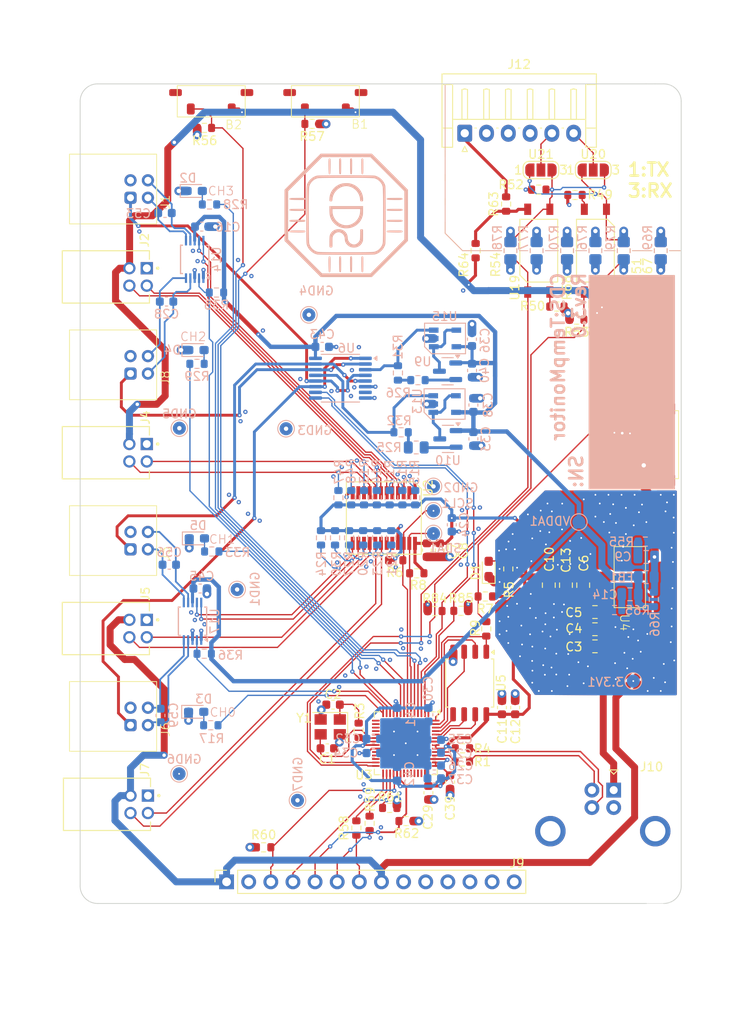
<source format=kicad_pcb>
(kicad_pcb (version 20241229) (generator "pcbnew") (generator_version "9.0")
  (layers (0 "F.Cu" signal) (4 "In1.Cu" signal) (6 "In2.Cu" signal) (2 "B.Cu" signal) (13 "F.Paste" user) (15 "B.Paste" user) (5 "F.SilkS" user "F.Silkscreen") (7 "B.SilkS" user "B.Silkscreen") (1 "F.Mask" user) (3 "B.Mask" user) (25 "Edge.Cuts" user))
  (net 0 "")
  (net 1 "+3.3V")
  (net 2 "GND")
  (net 3 "Xin")
  (net 4 "/Xout_R")
  (net 5 "+1V1")
  (net 6 "VDDA")
  (net 7 "+5V")
  (net 8 "/Power & I2C/3.3V_LED")
  (net 9 "D-")
  (net 10 "D+")
  (net 11 "SCK")
  (net 12 "RST")
  (net 13 "SDI")
  (net 14 "DC")
  (net 15 "CS")
  (net 16 "SCL")
  (net 17 "SDA")
  (net 18 "SD1")
  (net 19 "SC1")
  (net 20 "SD4")
  (net 21 "SC4")
  (net 22 "Ch1_out")
  (net 23 "Ch2_out")
  (net 24 "Ch3_out")
  (net 25 "Ch0_out")
  (net 26 "Chn0StatLED")
  (net 27 "Chn1StatLED")
  (net 28 "Chn2StatLED")
  (net 29 "Chn3StatLED")
  (net 30 "/Sw")
  (net 31 "Qspi_SS")
  (net 32 "Xout")
  (net 33 "/D+R")
  (net 34 "/D-R")
  (net 35 "IOUT-ControlA1")
  (net 36 "IOUT-ControlA0")
  (net 37 "CH3-")
  (net 38 "CH3+")
  (net 39 "CH1-")
  (net 40 "SD5")
  (net 41 "SC5")
  (net 42 "SD0")
  (net 43 "SC0")
  (net 44 "Qspi_SD0")
  (net 45 "Qspi_SD2")
  (net 46 "Qspi_SD3")
  (net 47 "Qspi_SCLK")
  (net 48 "Qspi_SD1")
  (net 49 "SD6")
  (net 50 "SC6")
  (net 51 "CH1+")
  (net 52 "/ANALOG/Ch3Rled")
  (net 53 "/ANALOG/Ch4Rled")
  (net 54 "/ANALOG/Ch2Rled")
  (net 55 "/ANALOG/Ch1Rled")
  (net 62 "Net-(U2-RST)")
  (net 65 "CH0+")
  (net 66 "CH0-")
  (net 69 "/ANALOG/I_outAdj")
  (net 72 "CH2+")
  (net 74 "CH2-")
  (net 75 "I_Out")
  (net 76 "I_OUTLow")
  (net 77 "/ANALOG/I_outLowAdj")
  (net 78 "SC2")
  (net 79 "SD2")
  (net 80 "/ANALOG/I_OutLowFB")
  (net 81 "FPGA_1")
  (net 83 "FPGA_PWR")
  (net 84 "FPGA_GND")
  (net 86 "FPGA_0")
  (net 87 "Net-(R49-Pad2)")
  (net 88 "Net-(R50-Pad1)")
  (net 89 "TX-MC")
  (net 90 "RX_MC")
  (net 91 "FPGA_RX")
  (net 92 "FPGA_TX")
  (net 94 "ADC1rdy")
  (net 95 "ADC0rdy")
  (net 98 "B2")
  (net 99 "B1")
  (net 103 "Net-(J9-Pin_7)")
  (net 104 "Net-(J9-Pin_6)")
  (net 105 "Net-(R63-Pad1)")
  (net 112 "Net-(R25-Pad1)")
  (net 113 "/ANALOG/I_OutFB")
  (net 114 "Net-(R26-Pad1)")
  (net 116 "Net-(C9-Pad2)")
  (net 117 "Net-(C14-Pad2)")
  (footprint "LawranceUserLib:HRS_DF11-4DP-2DS_52_" (layer "F.Cu") (at 130.3 68.011428 -90)
    (property "Reference" "J2")
    (property "Value" "DF11-4DP-2DS(52)")
  )
  (footprint "Connector_PinSocket_2.54mm:PinSocket_1x14_P2.54mm_Vertical" (layer "F.Cu") (at 144.16 137.39 90)
    (property "Reference" "J9")
    (property "Value" "PM254-1-14-Z-8.5")
  )
  (footprint "Capacitor_SMD:C_0603_1608Metric" (layer "F.Cu") (at 167.16 99.3425 90)
    (property "Reference" "C7")
    (property "Value" "100nF")
  )
  (footprint "Resistor_SMD:R_0603_1608Metric" (layer "F.Cu") (at 164.77 130.42 180)
    (property "Reference" "R62")
    (property "Value" "10k")
  )
  (footprint "LawranceUserLib:TL3330" (layer "F.Cu") (at 155.5 47.865 180)
    (property "Reference" "B1")
    (property "Value" "TL3330AF130QG")
  )
  (footprint "Capacitor_SMD:C_0805_2012Metric" (layer "F.Cu") (at 186.45 110.38 180)
    (property "Reference" "C3")
    (property "Value" "4.7uF")
  )
  (footprint "Capacitor_SMD:C_0603_1608Metric" (layer "F.Cu") (at 175.77 117.4 90)
    (property "Reference" "C11")
    (property "Value" "100nF")
  )
  (footprint "Capacitor_SMD:C_0603_1608Metric" (layer "F.Cu") (at 177.29 117.4 90)
    (property "Reference" "C12")
    (property "Value" "100nF")
  )
  (footprint "Jumper:SolderJumper-3_P1.3mm_Open_RoundedPad1.0x1.5mm_NumberLabels" (layer "F.Cu") (at 180.25 55.75)
    (property "Reference" "U21")
    (property "Value" "~")
  )
  (footprint "Resistor_SMD:R_0603_1608Metric" (layer "F.Cu") (at 165.995 102)
    (property "Reference" "R8")
    (property "Value" "10k")
  )
  (footprint "LawranceUserLib:TL3330" (layer "F.Cu") (at 194.25 87.25 90)
    (property "Reference" "B3")
    (property "Value" "TL3330AF130QG")
  )
  (footprint "Resistor_SMD:R_0603_1608Metric" (layer "F.Cu") (at 153.975 50.46 180)
    (property "Reference" "R57")
    (property "Value" "10k")
  )
  (footprint "Package_SO:SOIC-8_5.3x5.3mm_P1.27mm" (layer "F.Cu") (at 172.07 114.5875 -90)
    (property "Reference" "U5")
    (property "Value" "W25Q16JVSS")
  )
  (footprint "LawranceUserLib:HRS_DF11-4DP-2DS_52_" (layer "F.Cu") (at 130.3 108.33714 -90)
    (property "Reference" "J5")
    (property "Value" "DF11-4DP-2DS(52)")
  )
  (footprint "Resistor_SMD:R_0603_1608Metric" (layer "F.Cu") (at 184.155 58.61)
    (property "Reference" "R49")
    (property "Value" "330R")
  )
  (footprint "Resistor_SMD:R_0603_1608Metric" (layer "F.Cu") (at 141.6125 50.92)
    (property "Reference" "R56")
    (property "Value" "10k")
  )
  (footprint "Resistor_SMD:R_0603_1608Metric" (layer "F.Cu") (at 184.355 72.91 180)
    (property "Reference" "R53")
    (property "Value" "100R")
  )
  (footprint "LED_SMD:LED_0603_1608Metric_Pad1.05x0.95mm_HandSolder" (layer "F.Cu") (at 174.25 101.5 90)
    (property "Reference" "D1")
    (property "Value" "3.3V")
  )
  (footprint "Capacitor_SMD:C_0805_2012Metric" (layer "F.Cu") (at 186.45 106.45 180)
    (property "Reference" "C5")
    (property "Value" "2.2uF")
  )
  (footprint "Capacitor_SMD:C_0603_1608Metric" (layer "F.Cu") (at 169.82 125.95 -90)
    (property "Reference" "C39")
    (property "Value" "100nf")
  )
  (footprint "Resistor_SMD:R_0603_1608Metric" (layer "F.Cu") (at 163.57 100.51 180)
    (property "Reference" "R6")
    (property "Value" "10k")
  )
  (footprint "Resistor_SMD:R_0603_1608Metric" (layer "F.Cu") (at 180 58 180)
    (property "Reference" "R52")
    (property "Value" "100R")
  )
  (footprint "Capacitor_SMD:C_0603_1608Metric" (layer "F.Cu") (at 156.385 117.07 180)
    (property "Reference" "C2")
    (property "Value" "33pF")
  )
  (footprint "Resistor_SMD:R_0603_1608Metric" (layer "F.Cu") (at 176.5 101.502502 -90)
    (property "Reference" "R5")
    (property "Value" "330R")
  )
  (footprint "LawranceUserLib:USB_B_OST_USB-B1HSxx_Horizontal" (layer "F.Cu") (at 188.6 126.87 -90)
    (property "Reference" "J10")
    (property "Value" "USB_B")
  )
  (footprint "LawranceUserLib:LSOP-4 (2.54mm)" (layer "F.Cu") (at 180 65)
    (property "Reference" "U19")
    (property "Value" "PS2381-1Y-F3-AX")
  )
  (footprint "Resistor_SMD:R_0805_2012Metric_Pad1.20x1.40mm_HandSolder" (layer "F.Cu") (at 194 65 90)
    (property "Reference" "R67")
    (property "Value" "0R")
  )
  (footprint "LawranceUserLib:DF51K-4DS-2C(800)" (layer "F.Cu") (at 134.13 98.255712 90)
    (property "Reference" "J3")
    (property "Value" "DF51KB-4DP-2DS(800)")
  )
  (footprint "LawranceUserLib:DF51K-4DS-2C(800)" (layer "F.Cu") (at 134.13 78.092856 90)
    (property "Reference" "J8")
    (property "Value" "DF51KB-4DP-2DS(800)")
  )
  (footprint "Resistor_SMD:R_0603_1608Metric" (layer "F.Cu") (at 172.75 65 -90)
    (property "Reference" "R64")
    (property "Value" "0R")
  )
  (footprint "Resistor_SMD:R_0603_1608Metric" (layer "F.Cu") (at 171.07 106.31 180)
    (property "Reference" "R85")
    (property "Value" "10k")
  )
  (footprint "Package_DFN_QFN:QFN-56-1EP_7x7mm_P0.4mm_EP3.2x3.2mm_ThermalVias" (layer "F.Cu") (at 164.73 121.5 -90)
    (property "Reference" "U3")
    (property "Value" "RP2040")
  )
  (footprint "Resistor_SMD:R_0603_1608Metric" (layer "F.Cu") (at 173.86 104.66 180)
    (property "Reference" "R7")
    (property "Value" "10k")
  )
  (footprint "Resistor_SMD:R_0603_1608Metric" (layer "F.Cu") (at 160.58 130.68 90)
    (property "Reference" "R59")
    (property "Value" "75R")
  )
  (footprint "Resistor_SMD:R_0603_1608Metric" (layer "F.Cu") (at 173.97 108.38 -90)
    (property "Reference" "R9")
    (property "Value" "1k")
  )
  (footprint "Resistor_SMD:R_0603_1608Metric" (layer "F.Cu") (at 159.32 120.01 -90)
    (property "Reference" "R3")
    (property "Value" "1k")
  )
  (footprint "Resistor_SMD:R_0603_1608Metric" (layer "F.Cu") (at 182.08 71.41)
    (property "Reference" "R50")
    (property "Value" "330R")
  )
  (footprint "Jumper:SolderJumper-3_P1.3mm_Open_RoundedPad1.0x1.5mm_NumberLabels" (layer "F.Cu") (at 186.25 55.75)
    (property "Reference" "U20")
    (property "Value" "~")
  )
  (footprint "Capacitor_SMD:C_0805_2012Metric" (layer "F.Cu") (at 183.12 103.365001 -90)
    (property "Reference" "C13")
    (property "Value" "6.8uF")
  )
  (footprint "Resistor_SMD:R_0603_1608Metric" (layer "F.Cu") (at 171.23 123.59 180)
    (property "Reference" "R1")
    (property "Value" "27R")
  )
  (footprint "LawranceUserLib:TL3330" (layer "F.Cu") (at 142.400001 47.865 180)
    (property "Reference" "B2")
    (property "Value" "TL3330AF130QG")
  )
  (footprint "Capacitor_SMD:C_0805_2012Metric" (layer "F.Cu") (at 186.45 108.42 180)
    (property "Reference" "C4")
    (property "Value" "3.3uF")
  )
  (footprint "Resistor_SMD:R_0805_2012Metric_Pad1.20x1.40mm_HandSolder" (layer "F.Cu") (at 189.75 65 90)
    (property "Reference" "R51")
    (property "Value" "0R")
  )
  (footprint "Capacitor_SMD:C_0603_1608Metric" (layer "F.Cu") (at 167.33 127.17 -90)
    (property "Reference" "C29")
    (property "Value" "100nf")
  )
  (footprint "LawranceUserLib:TCA9548A" (layer "F.Cu") (at 162.2125 95.6675 180)
    (property "Reference" "U2")
    (property "Value" "TCA9548APWR")
  )
  (footprint "Resistor_SMD:R_0805_2012Metric_Pad1.20x1.40mm_HandSolder" (layer "F.Cu") (at 176.75 65 90)
    (property "Reference" "R54")
    (property "Value" "0R")
  )
  (footprint "Crystal:Crystal_SMD_3225-4Pin_3.2x2.5mm" (layer "F.Cu") (at 156.06 119.62 180)
    (property "Reference" "Y1")
    (property "Value" "TAXM12M4RKDCDT2T")
  )
  (footprint "LawranceUserLib:AZ11171" (layer "F.Cu") (at 187.4 102.415001 -90)
    (property "Reference" "U4")
    (property "Value" "AZ1117IH-3.3TRG1")
  )
  (footprint "LawranceUserLib:DF51K-4DS-2C(800)" (layer "F.Cu") (at 134.13 118.418568 90)
    (property "Reference" "J6")
    (property "Value" "DF51KB-4DP-2DS(800)")
  )
  (footprint "LawranceUserLib:HRS_DF11-4DP-2DS_52_" (layer "F.Cu") (at 130.43 128.5 -90)
    (property "Reference" "J7")
    (property "Value" "DF11-4DP-2DS(52)")
  )
  (footprint "Capacitor_SMD:C_0603_1608Metric" (layer "F.Cu") (at 168.64 99.3425 90)
    (property "Reference" "C8")
    (property "Value" "100nF")
  )
  (footprint "Resistor_SMD:R_0805_2012Metric_Pad1.20x1.40mm_HandSolder" (layer "F.Cu") (at 183.25 65 90)
    (property "Reference" "R68")
    (property "Value" "0R")
  )
  (footprint "Resistor_SMD:R_0603_1608Metric" (layer "F.Cu") (at 159.06 131.22 90)
    (property "Reference" "R58")
    (property "Value" "75R")
  )
  (footprint "Resistor_SMD:R_0603_1608Metric" (layer "F.Cu") (at 171.235 122.07 180)
    (property "Reference" "R4")
    (property "Value" "27R")
  )
  (footprint "LawranceUserLib:HRS_DF11-4DP-2DS_52_" (layer "F.Cu") (at 130.3 88.174284 -90)
    (property "Reference" "J4")
    (property "Value" "DF11-4DP-2DS(52)")
  )
  (footprint "LawranceUserLib:LSOP-4 (2.54mm)" (layer "F.Cu") (at 186.5 65 180)
    (property "Reference" "U18")
    (property "Value" "PS2381-1Y-F3-AX")
  )
  (footprint "LawranceUserLib:DF51K-4DS-2C(800)" (layer "F.Cu") (at 134.13 57.93 90)
    (property "Reference" "J1")
    (property "Value" "DF51KB-4DP-2DS(800)")
  )
  (footprint "Resistor_SMD:R_0603_1608Metric" (layer "F.Cu") (at 176.25 59.6525 90)
    (property "Reference" "R63")
    (property "Value" "0R")
  )
  (footprint "Resistor_SMD:R_0603_1608Metric" (layer "F.Cu") (at 162.89 128.91 180)
    (property "Reference" "R61")
    (property "Value" "10k")
  )
  (footprint "Resistor_SMD:R_0603_1608Metric" (layer "F.Cu") (at 168.07 106.33)
    (property "Reference" "R84")
    (property "Value" "10k")
  )
  (footprint "Connector_JST:JST_EH_S6B-EH_1x06_P2.50mm_Horizontal" (layer "F.Cu") (at 171.5 51.5325)
    (property "Reference" "J12")
    (property "Value" "S6B-XH-A")
  )
  (footprint "Capacitor_SMD:C_0805_2012Metric" (layer "F.Cu") (at 181.15 103.365001 90)
    (property "Reference" "C10")
    (property "Value" "10uF")
  )
  (footprint "Resistor_SMD:R_0603_1608Metric" (layer "F.Cu") (at 148.415 133.43)
    (property "Reference" "R60")
    (property "Value" "10k")
  )
  (footprint "Capacitor_SMD:C_0603_1608Metric" (layer "F.Cu") (at 155.72 122.08)
    (property "Reference" "C1")
    (property "Value" "33pF")
  )
  (footprint "Capacitor_SMD:C_0805_2012Metric" (layer "F.Cu") (at 185.1 103.365001 -90)
    (property "Reference" "C6")
    (property "Value" "4.7uF")
  )
  (footprint "Resistor_SMD:R_0603_1608Metric" (layer "B.Cu") (at 143 69.8)
    (property "Reference" "R35")
    (property "Value" "10k")
  )
  (footprint "Capacitor_SMD:C_0603_1608Metric" (layer "B.Cu") (at 161 121)
    (property "Reference" "C32")
    (property "Value" "100nf")
  )
  (footprint "Resistor_SMD:R_0603_1608Metric" (layer "B.Cu") (at 158.225 97.935 -90)
    (property "Reference" "R27")
    (property "Value" "10k")
  )
  (footprint "Package_SO:TSSOP-16_4.4x5mm_P0.65mm" (layer "B.Cu") (at 157.225 79.625 180)
    (property "Reference" "U6")
    (property "Value" "TMUX1309PWR")
  )
  (footprint "LawranceUserLib:30mm logo" (layer "B.Cu") (at 157.91 60.95 -90)
    (property "Reference" "REF**" (hide yes))
    (property "Value" "LOGO" (hide yes))
  )
  (footprint "Resistor_SMD:R_0603_1608Metric" (layer "B.Cu") (at 142.2 59.7 180)
    (property "Reference" "R28")
    (property "Value" "330R")
  )
  (footprint "Capacitor_SMD:C_0603_1608Metric" (layer "B.Cu") (at 172.495001 82.702501 -90)
    (property "Reference" "C38")
    (property "Value" "100nF")
  )
  (footprint "LED_SMD:LED_0603_1608Metric_Pad1.05x0.95mm_HandSolder" (layer "B.Cu") (at 140.67 117.89)
    (property "Reference" "D3")
    (property "Value" "CN")
  )
  (footprint "Capacitor_SMD:C_0603_1608Metric" (layer "B.Cu") (at 155.1375 76.03 180)
    (property "Reference" "C43")
    (property "Value" "100nF")
  )
  (footprint "Capacitor_SMD:C_0603_1608Metric" (layer "B.Cu") (at 141.31 62.24)
    (property "Reference" "C16")
    (property "Value" "100nF")
  )
  (footprint "Resistor_SMD:R_0603_1608Metric" (layer "B.Cu") (at 193.21 105 -90)
    (property "Reference" "R66")
    (property "Value" "0R")
  )
  (footprint "Capacitor_SMD:C_0603_1608Metric" (layer "B.Cu") (at 161 122.62)
    (property "Reference" "C34")
    (property "Value" "100nf")
  )
  (footprint "Capacitor_SMD:C_0603_1608Metric" (layer "B.Cu") (at 137.27 70.84)
    (property "Reference" "C28")
    (property "Value" "100nF")
  )
  (footprint "Capacitor_SMD:C_0603_1608Metric" (layer "B.Cu") (at 167.9975 121.1 180)
    (property "Reference" "C35")
    (property "Value" "100nf")
  )
  (footprint "Resistor_SMD:R_0603_1608Metric" (layer "B.Cu") (at 163.0625 97.935 -90)
    (property "Reference" "R21")
    (property "Value" "10k")
  )
  (footprint "Resistor_SMD:R_0603_1608Metric" (layer "B.Cu") (at 161.40625 93.335 90)
    (property "Reference" "R14")
    (property "Value" "10k")
  )
  (footprint "Capacitor_SMD:C_0603_1608Metric" (layer "B.Cu") (at 137.09 60.68 180)
    (property "Reference" "C53")
    (property "Value" "100nF")
  )
  (footprint "Resistor_SMD:R_0603_1608Metric" (layer "B.Cu") (at 164.195 85.83)
    (property "Reference" "R32")
    (property "Value" "51k")
  )
  (footprint "TestPoint:TestPoint_Pad_D1.5mm" (layer "B.Cu") (at 184.6 96.12 180)
    (property "Reference" "VDDA1")
    (property "Value" "TestPoint")
  )
  (footprint "TestPoint:TestPoint_Pad_D1.5mm" (layer "B.Cu") (at 167.9125 94.8375 180)
    (property "Reference" "SCL1")
    (property "Value" "TestPoint")
  )
  (footprint "Resistor_SMD:R_0603_1608Metric" (layer "B.Cu") (at 140.765 77.98)
    (property "Reference" "R29")
    (property "Value" "330R")
  )
  (footprint "LED_SMD:LED_0603_1608Metric_Pad1.05x0.95mm_HandSolder" (layer "B.Cu") (at 140.5 58.15)
    (property "Reference" "D2")
    (property "Value" "CN")
  )
  (footprint "Capacitor_SMD:C_0805_2012Metric" (layer "B.Cu") (at 192.335 100.13 180)
    (property "Reference" "C9")
    (property "Value" "100nF")
  )
  (footprint "Capacitor_SMD:C_0603_1608Metric" (layer "B.Cu") (at 141.13 103.75)
    (property "Reference" "C45")
    (property "Value" "100nF")
  )
  (footprint "Capacitor_SMD:C_0603_1608Metric" (layer "B.Cu") (at 136.57 118.31 -90)
    (property "Reference" "C59")
    (property "Value" "100nF")
  )
  (footprint "Capacitor_SMD:C_0603_1608Metric" (layer "B.Cu") (at 137.5825 101.02 180)
    (property "Reference" "C56")
    (property "Value" "100nF")
  )
  (footprint "LED_SMD:LED_0603_1608Metric_Pad1.05x0.95mm_HandSolder" (layer "B.Cu") (at 140.75 98)
    (property "Reference" "D5")
    (property "Value" "CN")
  )
  (footprint "Resistor_SMD:R_0603_1608Metric" (layer "B.Cu") (at 142.46 99.5 180)
    (property "Reference" "R33")
    (property "Value" "330R")
  )
  (footprint "TestPoint:TestPoint_Pad_D1.5mm" (layer "B.Cu") (at 167.9125 92.0375 180)
    (property "Reference" "GND2")
    (property "Value" "TestPoint")
  )
  (footprint "Capacitor_SMD:C_0603_1608Metric" (layer "B.Cu") (at 167.9975 122.575 180)
    (property "Reference" "C27")
    (property "Value" "100nf")
  )
  (footprint "Resistor_SMD:R_0805_2012Metric_Pad1.20x1.40mm_HandSolder" (layer "B.Cu") (at 179.75 65 90)
    (property "Reference" "R77")
    (property "Value" "0R")
  )
  (footprint "Resistor_SMD:R_0603_1608Metric" (layer "B.Cu") (at 165.8125 93.335 90)
    (property "Reference" "R15")
    (property "Value" "10k")
  )
  (footprint "Resistor_SMD:R_0603_1608Metric" (layer "B.Cu") (at 162.875 93.335 90)
    (property "Reference" "R11")
    (property "Value" "10k")
  )
  (footprint "Capacitor_SMD:C_0603_1608Metric" (layer "B.Cu") (at 168 124.05)
    (property "Reference" "C26")
    (property "Value" "1uf")
  )
  (footprint "Resistor_SMD:R_0805_2012Metric" (layer "B.Cu") (at 165.93 87.57)
    (property "Reference" "R25")
    (property "Value" "2M")
  )
  (footprint "TestPoint:TestPoint_Pad_D1.5mm" (layer "B.Cu") (at 152.3 128.04 180)
    (property "Reference" "GND7")
    (property "Value" "TestPoint")
  )
  (footprint "Resistor_SMD:R_0603_1608Metric" (layer "B.Cu") (at 155 97.935 -90)
    (property "Reference" "R24")
    (property "Value" "10k")
  )
  (footprint "Capacitor_SMD:C_0603_1608Metric" (layer "B.Cu") (at 167.33 118.225 -90)
    (property "Reference" "C30")
    (property "Value" "100nf")
  )
  (footprint "Package_TO_SOT_SMD:SOT-23" (layer "B.Cu") (at 169.5725 86.59 180)
    (property "Reference" "U10")
    (property "Value" "REF3320AIDBZR")
  )
  (footprint "TestPoint:TestPoint_Pad_D1.5mm" (layer "B.Cu") (at 153.61 72.36 180)
    (property "Reference" "GND4")
    (property "Value" "TestPoint")
  )
  (footprint "Resistor_SMD:R_0603_1608Metric" (layer "B.Cu") (at 141.59 111.23)
    (property "Reference" "R36")
    (property "Value" "10k")
  )
  (footprint "LED_SMD:LED_0603_1608Metric_Pad1.05x0.95mm_HandSolder" (layer "B.Cu") (at 140.7 76.4)
    (property "Reference" "D4")
    (property "Value" "CN")
  )
  (footprint "Resistor_SMD:R_0805_2012Metric_Pad1.20x1.40mm_HandSolder" (layer "B.Cu") (at 176.75 65 90)
    (property "Reference" "R78")
    (property "Value" "0R")
  )
  (footprint "Capacitor_SMD:C_0603_1608Metric" (layer "B.Cu") (at 172.32875 75.155 -90)
    (property "Reference" "C36")
    (property "Value" "100nF")
  )
  (footprint "TestPoint:TestPoint_Pad_D1.5mm" (layer "B.Cu") (at 145.37 103.86 180)
    (property "Reference" "GND1")
    (property "Value" "TestPoint")
  )
  (footprint "TestPoint:TestPoint_Pad_D1.5mm" (layer "B.Cu") (at 150.99 85.42 180)
    (property "Reference" "GND3")
    (property "Value" "TestPoint")
  )
  (footprint "Resistor_SMD:R_0805_2012Metric_Pad1.20x1.40mm_HandSolder" (layer "B.Cu") (at 189.75 65 90)
    (property "Reference" "R79")
    (property "Value" "0R")
  )
  (footprint "Resistor_SMD:R_0805_2012Metric" (layer "B.Cu") (at 192.3325 102.440001 180)
    (property "Reference" "FB1")
    (property "Value" "SZ2012K272TF")
  )
  (footprint "TestPoint:TestPoint_Pad_D1.5mm" (layer "B.Cu") (at 190.85 114.37 180)
    (property "Reference" "3.3V1")
    (property "Value" "TestPoint")
  )
  (footprint "Resistor_SMD:R_0603_1608Metric" (layer "B.Cu") (at 166.13 79.85)
    (property "Reference" "R26")
    (property "Value" "200k")
  )
  (footprint "Resistor_SMD:R_0603_1608Metric" (layer "B.Cu") (at 159.8375 97.935 -90)
    (property "Reference" "R20")
    (property "Value" "10k")
  )
  (footprint "Resistor_SMD:R_0805_2012Metric_Pad1.20x1.40mm_HandSolder" (layer "B.Cu") (at 186.5 65 90)
    (property "Reference" "R76")
    (property "Value" "0R")
  )
  (footprint "Resistor_SMD:R_0603_1608Metric" (layer "B.Cu") (at 142.35 119.43 180)
    (property "Reference" "R17")
    (property "Value" "330R")
  )
  (footprint "Resistor_SMD:R_0603_1608Metric" (layer "B.Cu") (at 157 93.335 90)
    (property "Reference" "R47")
    (property "Value" "10k")
  )
  (footprint "Resistor_SMD:R_0603_1608Metric" (layer "B.Cu") (at 159.9375 93.335 90)
    (property "Reference" "R13")
    (property "Value" "10k")
  )
  (footprint "Resistor_SMD:R_0603_1608Metric" (layer "B.Cu") (at 164.34375 93.335 90)
    (property "Reference" "R12")
    (property "Value" "10k")
  )
  (footprint "TestPoint:TestPoint_Pad_D1.5mm" (layer "B.Cu") (at 138.71 125 180)
    (property "Reference" "GND6")
    (property "Value" "TestPoint")
  )
  (footprint "Capacitor_SMD:C_0603_1608Metric" (layer "B.Cu") (at 168 125.525)
    (property "Reference" "C37")
    (property "Value" "1uf")
  )
  (footprint "Capacitor_SMD:C_0603_1608Metric" (layer "B.Cu") (at 170.0125 96.4375 90)
    (property "Reference" "C24")
    (property "Value" "100nF")
  )
  (footprint "Resistor_SMD:R_0603_1608Metric" (layer "B.Cu") (at 188.695 106.22 180)
    (property "Reference" "R65")
    (property "Value" "0R")
  )
  (footprint "Resistor_SMD:R_0805_2012Metric_Pad1.20x1.40mm_HandSolder" (layer "B.Cu") (at 194 65 90)
    (property "Reference" "R69")
    (property "Value" "0R")
  )
  (footprint "Package_SO:TSSOP-10_3x3mm_P0.5mm" (layer "B.Cu") (at 140.25 107.5 90)
    (property "Reference" "U17")
    (property "Value" "ADS1115IDGS")
  )
  (footprint "Resistor_SMD:R_0603_1608Metric" (layer "B.Cu") (at 163.83 79.025 -90)
    (property "Reference" "R31")
    (property "Value" "5.1k")
  )
  (footprint "Resistor_SMD:R_0805_2012Metric_Pad1.20x1.40mm_HandSolder" (layer "B.Cu") (at 183.25 65 90)
    (property "Reference" "R70")
    (property "Value" "0R")
  )
  (footprint "Capacitor_SMD:C_0805_2012Metric" (layer "B.Cu") (at 190.47 104.41 180)
    (property "Reference" "C14")
    (property "Value" "100nF")
  )
  (footprint "Capacitor_SMD:C_0603_1608Metric" (layer "B.Cu") (at 172.34 78.7425 90)
    (property "Reference" "C40")
    (property "Value" "100nF")
  )
  (footprint "Capacitor_SMD:C_0603_1608Metric" (layer "B.Cu") (at 172.495 86.589999 90)
    (property "Reference" "C33")
    (property "Value" "100nF")
  )
  (footprint "Resistor_SMD:R_0603_1608Metric" (layer "B.Cu") (at 192.23 98.37)
    (property "Reference" "R55")
    (property "Value" "0R")
  )
  (footprint "LawranceUserLib:OPAx348" (layer "B.Cu") (at 169.185 82.59 90)
    (property "Reference" "U13")
    (property "Value" "OPA348AIDCKR")
  )
  (footprint "LawranceUserLib:OPAx348" (layer "B.Cu") (at 169.23875 75.0675 90)
    (property "Reference" "U15")
    (property "Value" "OPA348AIDCKR")
  )
  (footprint "Package_SO:TSSOP-10_3x3mm_P0.5mm" (layer "B.Cu") (at 140.5 66 90)
    (property "Reference" "U14")
    (property "Value" "ADS1115IDGS")
  )
  (footprint "TestPoint:TestPoint_Pad_D1.5mm" (layer "B.Cu") (at 138.74 85.36 180)
    (property "Reference" "GND5")
    (property "Value" "TestPoint")
  )
  (footprint "Resistor_SMD:R_0603_1608Metric" (layer "B.Cu") (at 158.46875 93.335 90)
    (property "Reference" "R48")
    (property "Value" "10k")
  )
  (footprint "Resistor_SMD:R_0603_1608Metric" (layer "B.Cu") (at 156.6125 97.935 -90)
    (property "Reference" "R30")
    (property "Value" "10k")
  )
  (footprint "Package_TO_SOT_SMD:SOT-23" (layer "B.Cu") (at 169.53 78.83 180)
    (property "Reference" "U9")
    (property "Value" "REF3320AIDBZR")
  )
  (footprint "TestPoint:TestPoint_Pad_D1.5mm" (layer "B.Cu") (at 167.9125 97.4375 180)
    (property "Reference" "SDA1")
    (property "Value" "TestPoint")
  )
  (footprint "Capacitor_SMD:C_0603_1608Metric" (layer "B.Cu") (at 163.730001 118.225 -90)
    (property "Reference" "C41")
    (property "Value" "100nf")
  )
  (footprint "Capacitor_SMD:C_0603_1608Metric" (layer "B.Cu") (at 163.730001 125 90)
    (property "Reference" "C42")
    (property "Value" "100nf")
  )
  (footprint "Resistor_SMD:R_0603_1608Metric" (layer "B.Cu") (at 161.45 97.935 -90)
    (property "Reference" "R23")
    (property "Value" "10k")
  )
  (gr_line (start 173.5 65) (end 175.75 65) (stroke (width 0.1)) (layer "F.SilkS"))
  (gr_line (start 169.25 63) (end 171.25 65) (stroke (width 0.1)) (layer "F.SilkS"))
  (gr_line (start 169.25 54.25) (end 169.25 53.5) (stroke (width 0.1)) (layer "F.SilkS"))
  (gr_line (start 190.75 65) (end 193 65) (stroke (width 0.1)) (layer "F.SilkS"))
  (gr_line (start 169.25 59.75) (end 169.25 59) (stroke (width 0.1)) (layer "F.SilkS"))
  (gr_line (start 169.25 57) (end 169.25 56.25) (stroke (width 0.1)) (layer "F.SilkS"))
  (gr_line (start 172 65) (end 171.25 65) (stroke (width 0.1)) (layer "F.SilkS"))
  (gr_line (start 195 65) (end 196.25 65) (stroke (width 0.1)) (layer "F.SilkS"))
  (gr_line (start 169.25 63) (end 169.25 61.75) (stroke (width 0.1)) (layer "F.SilkS"))
  (gr_line (start 184.25 65) (end 185.5 65) (stroke (width 0.1)) (layer "B.SilkS"))
  (gr_line (start 169.25 46) (end 169.25 61.75) (stroke (width 0.1)) (layer "B.SilkS"))
  (gr_line (start 177.75 65) (end 178.75 65) (stroke (width 0.1)) (layer "B.SilkS"))
  (gr_line (start 169.25 61.75) (end 169.25 63) (stroke (width 0.1)) (layer "B.SilkS"))
  (gr_line (start 171.25 65) (end 175.75 65) (stroke (width 0.1)) (layer "B.SilkS"))
  (gr_line (start 190.75 65) (end 193 65) (stroke (width 0.1)) (layer "B.SilkS"))
  (gr_line (start 180.75 65) (end 182.25 65) (stroke (width 0.1)) (layer "B.SilkS"))
  (gr_line (start 171.25 65) (end 169.25 63) (stroke (width 0.1)) (layer "B.SilkS"))
  (gr_line (start 187.5 65) (end 188.75 65) (stroke (width 0.1)) (layer "B.SilkS"))
  (gr_line (start 195 65) (end 196.25 65) (stroke (width 0.1)) (layer "B.SilkS"))
  (gr_rect (start 185.77 67.84) (end 195.58 92.32) (stroke (width 0.1)) (fill yes) (layer "B.SilkS"))
  (gr_line (start 192.35 139.87) (end 194.35 139.87) (stroke (width 0.05)) (layer "Edge.Cuts"))
  (gr_line (start 129.35 45.87) (end 192.35 45.87) (stroke (width 0.1)) (layer "Edge.Cuts"))
  (gr_line (start 192.35 139.87) (end 129.35 139.87) (stroke (width 0.1)) (layer "Edge.Cuts"))
  (gr_line (start 127.35 47.87) (end 127.35 137.87) (stroke (width 0.1)) (layer "Edge.Cuts"))
  (gr_arc (start 196.35 137.87) (mid 195.764214 139.284214) (end 194.35 139.87) (stroke (width 0.1)) (layer "Edge.Cuts"))
  (gr_line (start 193.35 45.87) (end 192.35 45.87) (stroke (width 0.1)) (layer "Edge.Cuts"))
  (gr_line (start 194.35 45.87) (end 193.35 45.87) (stroke (width 0.1)) (layer "Edge.Cuts"))
  (gr_arc (start 194.35 45.87) (mid 195.764214 46.455786) (end 196.35 47.87) (stroke (width 0.1)) (layer "Edge.Cuts"))
  (gr_line (start 196.35 47.87) (end 196.35 137.87) (stroke (width 0.1)) (layer "Edge.Cuts"))
  (gr_arc (start 127.35 47.87) (mid 127.935786 46.455786) (end 129.35 45.87) (stroke (width 0.1)) (layer "Edge.Cuts"))
  (gr_arc (start 129.35 139.87) (mid 127.935786 139.284214) (end 127.35 137.87) (stroke (width 0.1)) (layer "Edge.Cuts"))
  (gr_text "1:TX\n3:RX" (at 190.06 59 0) (layer "F.SilkS") (effects (font (size 1.5 1.5) (thickness 0.3) (bold yes)) (justify left bottom)))
  (gr_text "CDS:TempMonitor\nRev3.0" (at 185.51 67.36 90) (layer "B.SilkS") (effects (font (size 1.5 1.5) (thickness 0.3) (bold yes)) (justify left bottom mirror)))
  (gr_text "CH0\n" (at 142.16 118.53 0) (layer "B.SilkS") (effects (font (size 1 1) (thickness 0.1)) (justify left bottom)))
  (gr_text "SN:" (at 185.18 88.26 90) (layer "B.SilkS") (effects (font (size 1.5 1.5) (thickness 0.3) (bold yes)) (justify left bottom mirror)))
  (gr_text "CH1" (at 142.08 98.69 0) (layer "B.SilkS") (effects (font (size 1 1) (thickness 0.1)) (justify left bottom)))
  (gr_text "CH2" (at 138.76 75.45 0) (layer "B.SilkS") (effects (font (size 1 1) (thickness 0.1)) (justify left bottom)))
  (gr_text "CH3" (at 141.95 58.74 0) (layer "B.SilkS") (effects (font (size 1 1) (thickness 0.1)) (justify left bottom)))
  (segment (start 168.695 126.355) (end 169.82 125.23) (width 0.3556) (layer "F.Cu") (net 1))
  (segment (start 173.975 118.175) (end 173.975 118.987499) (width 0.3556) (layer "F.Cu") (net 1))
  (segment (start 163.73 118.0625) (end 163.73 116.84) (width 0.2) (layer "F.Cu") (net 1))
  (segment (start 187.25 71.5) (end 187.77 70.98) (width 0.3556) (layer "F.Cu") (net 1))
  (segment (start 166.3925 101.3575) (end 166.3875 101.3575) (width 0.3556) (layer "F.Cu") (net 1))
  (segment (start 138.16 52.58) (end 137.41 53.33) (width 0.8) (layer "F.Cu") (net 1))
  (segment (start 193.6 102.415001) (end 193.361 102.176001) (width 0.8) (layer "F.Cu") (net 1))
  (segment (start 137.11 76.43) (end 137.11 81.65) (width 0.8) (layer "F.Cu") (net 1))
  (segment (start 177.0788 107.088333) (end 178.391777 105.775356) (width 0.3556) (layer "F.Cu") (net 1))
  (segment (start 166.3875 101.3575) (end 165.7875 100.7575) (width 0.3556) (layer "F.Cu") (net 1))
  (segment (start 193.6 111.5) (end 193.6 102.415001) (width 0.8) (layer "F.Cu") (net 1))
  (segment (start 135.64 61) (end 133.58 61) (width 0.8) (layer "F.Cu") (net 1))
  (segment (start 158.59 48.75) (end 158.96 49.12) (width 0.3556) (layer "F.Cu") (net 1))
  (segment (start 163.52 100.3) (end 163.52 100.32) (width 0.3556) (layer "F.Cu") (net 1))
  (segment (start 171.96 68.92) (end 171.96 68.62) (width 0.3556) (layer "F.Cu") (net 1))
  (segment (start 173.975 118.987499) (end 172.092499 120.87) (width 0.3556) (layer "F.Cu") (net 1))
  (segment (start 177.0788 114.1588) (end 177.0788 107.088333) (width 0.3556) (layer "F.Cu") (net 1))
  (segment (start 157.849999 48.75) (end 158.59 48.75) (width 0.3556) (layer "F.Cu") (net 1))
  (segment (start 178.391778 102.415001) (end 178.304279 102.327502) (width 0.3556) (layer "F.Cu") (net 1))
  (segment (start 161.940001 137.39) (end 161.940001 135.819999) (width 0.8) (layer "F.Cu") (net 1))
  (segment (start 167.33 126.395) (end 167.33 124.9375) (width 0.2) (layer "F.Cu") (net 1))
  (segment (start 168.1675 124.1) (end 168.1675 123.7) (width 0.2) (layer "F.Cu") (net 1))
  (segment (start 163.73 116.84) (end 163.58 116.69) (width 0.2) (layer "F.Cu") (net 1))
  (segment (start 178.391779 102.415002) (end 178.391778 102.415001) (width 0.3556) (layer "F.Cu") (net 1))
  (segment (start 170.34 120.87) (end 169.342572 121.867428) (width 0.3556) (layer "F.Cu") (net 1))
  (segment (start 178.5 102.306779) (end 178.5 96.89) (width 0.3556) (layer "F.Cu") (net 1))
  (segment (start 191 124.25) (end 188.85 122.1) (width 0.8) (layer "F.Cu") (net 1))
  (segment (start 189.58 89.711371) (end 189.58 85.93) (width 0.8) (layer "F.Cu") (net 1))
  (segment (start 159.866222 121.7) (end 159.788584 121.777638) (width 0.2) (layer "F.Cu") (net 1))
  (segment (start 185.83 135.17) (end 191 130) (width 0.8) (layer "F.Cu") (net 1))
  (segment (start 168.64 98.5675) (end 165.7875 98.5675) (width 0.3556) (layer "F.Cu") (net 1))
  (segment (start 177.0775 118.1725) (end 176.37 118.1725) (width 0.3556) (layer "F.Cu") (net 1))
  (segment (start 168.1675 122.100001) (end 168.1675 121.7) (width 0.2) (layer "F.Cu") (net 1))
  (segment (start 163.33 100.51) (end 162.745 100.51) (width 0.3556) (layer "F.Cu") (net 1))
  (segment (start 172.73 67.85) (end 172.73 65.6175) (width 0.3556) (layer "F.Cu") (net 1))
  (segment (start 131.75286 107.33714) (end 133 107.33714) (width 0.8) (layer "F.Cu") (net 1))
  (segment (start 137 122.86) (end 137 115.3) (width 0.8) (layer "F.Cu") (net 1))
  (segment (start 130.79 110.21) (end 130.79 108.3) (width 0.8) (layer "F.Cu") (net 1))
  (segment (start 169.3325 98.5675) (end 170.0125 97.8875) (width 0.3556) (layer "F.Cu") (net 1))
  (segment (start 144.75 48.75) (end 145.56 48.75) (width 0.3556) (layer "F.Cu") (net 1))
  (segment (start 145.56 48.75) (end 145.93 49.12) (width 0.3556) (layer "F.Cu") (net 1))
  (segment (start 169.113684 122.1) (end 169.342572 121.871112) (width 0.2) (layer "F.Cu") (net 1))
  (segment (start 193.361 93.492371) (end 189.58 89.711371) (width 0.8) (layer "F.Cu") (net 1))
  (segment (start 137.11 81.65) (end 136.14 82.62) (width 0.8) (layer "F.Cu") (net 1))
  (segment (start 136.99 122.87) (end 137 122.86) (width 0.8) (layer "F.Cu") (net 1))
  (segment (start 131.4125 67.4875) (end 131.4125 70.7325) (width 0.8) (layer "F.Cu") (net 1))
  (segment (start 188.85 116.25) (end 193.6 111.5) (width 0.8) (layer "F.Cu") (net 1))
  (segment (start 176.37 118.1725) (end 173.975 118.1725) (width 0.3556) (layer "F.Cu") (net 1))
  (segment (start 164.1 126.42) (end 163.7472 126.0672) (width 0.2) (layer "F.Cu") (net 1))
  (segment (start 133 67.011428) (end 131.888572 67.011428) (width 0.8) (layer "F.Cu") (net 1))
  (segment (start 177.29 118.175) (end 178.175 118.175) (width 0.3556) (layer "F.Cu") (net 1))
  (segment (start 168.695 126.395) (end 167.33 126.395) (width 0.3556) (layer "F.Cu") (net 1))
  (segment (start 168.1675 122.1) (end 169.113684 122.1) (width 0.2) (layer "F.Cu") (net 1))
  (segment (start 169.342572 121.867428) (end 169.342572 121.871112) (width 0.3556) (layer "F.Cu") (net 1))
  (segment (start 136.14 82.62) (end 133.94 82.62) (width 0.8) (layer "F.Cu") (net 1))
  (segment (start 178.9 117.45) (end 178.9 115.98) (width 0.3556) (layer "F.Cu") (net 1))
  (segment (start 170.0125 95.6625) (end 170.0125 97.8875) (width 0.3556) (layer "F.Cu") (net 1))
  (segment (start 137.41 59.23) (end 135.64 61) (width 0.8) (layer "F.Cu") (net 1))
  (segment (start 137 115.3) (end 133.59 111.89) (width 0.8) (layer "F.Cu") (net 1))
  (segment (start 163.7472 126.0672) (end 163.7472 124.9547) (width 0.2) (layer "F.Cu") (net 1))
  (segment (start 168.1675 124.1) (end 168.745 124.1) (width 0.2) (layer "F.Cu") (net 1))
  (segment (start 176.146779 104.66) (end 174.7275 104.66) (width 0.3556) (layer "F.Cu") (net 1))
  (segment (start 168.695 126.395) (end 168.695 126.355) (width 0.3556) (layer "F.Cu") (net 1))
  (segment (start 180.301776 102.415002) (end 178.391779 102.415002) (width 0.3556) (layer "F.Cu") (net 1))
  (segment (start 188.85 122.1) (end 188.85 116.25) (width 0.8) (layer "F.Cu") (net 1))
  (segment (start 163.7472 124.9547) (end 163.73 124.9375) (width 0.2) (layer "F.Cu") (net 1))
  (segment (start 137.41 53.33) (end 137.41 59.23) (width 0.8) (layer "F.Cu") (net 1))
  (segment (start 133.03 61.55) (end 133.03 66.981428) (width 0.8) (layer "F.Cu") (net 1))
  (segment (start 194.04 102.415001) (end 178.391778 102.415001) (width 0.8) (layer "F.Cu") (net 1))
  (segment (start 165.7875 100.7575) (end 165.7875 98.5675) (width 0.3556) (layer "F.Cu") (net 1))
  (segment (start 161.2925 121.7) (end 159.866222 121.7) (width 0.2) (layer "F.Cu") (net 1))
  (segment (start 178.5 96.89) (end 177.2725 95.6625) (width 0.3556) (layer "F.Cu") (net 1))
  (segment (start 187.77 70.98) (end 187.77 69.75) (width 0.3556) (layer "F.Cu") (net 1))
  (segment (start 193.361 102.176001) (end 193.361 93.492371) (width 0.8) (layer "F.Cu") (net 1))
  (segment (start 177.2725 95.6625) (end 177.25 95.6625) (width 0.3556) (layer "F.Cu") (net 1))
  (segment (start 178.391777 105.775356) (end 178.391777 102.415002) (width 0.3556) (layer "F.Cu") (net 1))
  (segment (start 168.745 124.1) (end 169.82 125.175) (width 0.2) (layer "F.Cu") (net 1))
  (segment (start 167.33 117.3) (end 167.81 116.82) (width 0.2) (layer "F.Cu") (net 1))
  (segment (start 191 130) (end 191 124.25) (width 0.8) (layer "F.Cu") (net 1))
  (segment (start 178.9 115.98) (end 177.0788 114.1588) (width 0.3556) (layer "F.Cu") (net 1))
  (segment (start 178.175 118.175) (end 178.9 117.45) (width 0.3556) (layer "F.Cu") (net 1))
  (segment (start 172.092499 120.87) (end 170.34 120.87) (width 0.3556) (layer "F.Cu") (net 1))
  (segment (start 178.391777 102.415002) (end 176.146779 104.66) (width 0.3556) (layer "F.Cu") (net 1))
  (segment (start 168.64 98.5675) (end 169.3325 98.5675) (width 0.3556) (layer "F.Cu") (net 1))
  (segment (start 130.79 108.3) (end 131.75286 107.33714) (width 0.8) (layer "F.Cu") (net 1))
  (segment (start 132.47 111.89) (end 130.79 110.21) (width 0.8) (layer "F.Cu") (net 1))
  (segment (start 133.58 61) (end 133.03 61.55) (width 0.8) (layer "F.Cu") (net 1))
  (segment (start 162.59 135.17) (end 185.83 135.17) (width 0.8) (layer "F.Cu") (net 1))
  (segment (start 178.391778 102.415001) (end 178.5 102.306779) (width 0.3556) (layer "F.Cu") (net 1))
  (segment (start 131.888572 67.011428) (end 131.4125 67.4875) (width 0.8) (layer "F.Cu") (net 1))
  (segment (start 171.96 68.62) (end 172.73 67.85) (width 0.3556) (layer "F.Cu") (net 1))
  (segment (start 161.940001 135.819999) (end 162.59 135.17) (width 0.8) (layer "F.Cu") (net 1))
  (segment (start 131.4125 70.7325) (end 137.11 76.43) (width 0.8) (layer "F.Cu") (net 1))
  (segment (start 133.59 111.89) (end 132.47 111.89) (width 0.8) (layer "F.Cu") (net 1))
  (segment (start 163.52 100.32) (end 163.33 100.51) (width 0.3556) (layer "F.Cu") (net 1))
  (segment (start 166.885 101.85) (end 166.3925 101.3575) (width 0.3556) (layer "F.Cu") (net 1))
  (segment (start 167.33 118.0625) (end 167.33 117.3) (width 0.2) (layer "F.Cu") (net 1))
  (segment (start 178.304279 102.327502) (end 176.5875 102.327502) (width 0.3556) (layer "F.Cu") (net 1))
  (via (at 187.25 71.5) (size 0.5) (drill 0.2) (layers "F.Cu" "B.Cu") (net 1))
  (via (at 159.788584 121.777638) (size 0.5) (drill 0.2) (layers "F.Cu" "B.Cu") (net 1))
  (via (at 177.25 95.6625) (size 0.5) (drill 0.2) (layers "F.Cu" "B.Cu") (net 1))
  (via (at 145.93 49.12) (size 0.5) (drill 0.2) (layers "F.Cu" "B.Cu") (net 1))
  (via (at 170.0125 95.6625) (size 0.5) (drill 0.2) (layers "F.Cu" "B.Cu") (net 1))
  (via (at 171.96 68.92) (size 0.5) (drill 0.2) (layers "F.Cu" "B.Cu") (net 1))
  (via (at 164.1 126.42) (size 0.5) (drill 0.2) (layers "F.Cu" "B.Cu") (net 1))
  (via (at 193.285 100.13) (size 0.7) (drill 0.4) (layers "F.Cu" "B.Cu") (net 1))
  (via (at 158.96 49.12) (size 0.5) (drill 0.2) (layers "F.Cu" "B.Cu") (net 1))
  (via (at 163.58 116.69) (size 0.5) (drill 0.2) (layers "F.Cu" "B.Cu") (net 1))
  (via (at 167.81 116.82) (size 0.5) (drill 0.2) (layers "F.Cu" "B.Cu") (net 1))
  (via (at 189.58 85.93) (size 0.8) (drill 0.3) (layers "F.Cu" "B.Cu") (net 1))
  (via (at 169.342572 121.871112) (size 0.5) (drill 0.2) (layers "F.Cu" "B.Cu") (net 1))
  (via (at 133.91 82.62) (size 0.8) (drill 0.4) (layers "F.Cu" "B.Cu") (net 1))
  (via (at 136.99 122.87) (size 0.8) (drill 0.4) (layers "F.Cu" "B.Cu") (net 1))
  (via (at 190.85 114.36) (size 0.5) (drill 0.2) (layers "F.Cu" "B.Cu") (net 1))
  (via (at 163.52 100.3) (size 0.5) (drill 0.2) (layers "F.Cu" "B.Cu") (net 1))
  (via (at 168.695 126.395) (size 0.5) (drill 0.2) (layers "F.Cu" "B.Cu") (net 1))
  (via (at 138.16 52.58) (size 0.8) (drill 0.4) (layers "F.Cu" "B.Cu") (net 1))
  (segment (start 161.77 117.45) (end 163.730001 117.45) (width 0.3556) (layer "B.Cu") (net 1))
  (segment (start 172.54 69.59) (end 171.86 68.91) (width 0.8) (layer "B.Cu") (net 1))
  (segment (start 134.611507 122.87) (end 136.99 122.87) (width 0.8) (layer "B.Cu") (net 1))
  (segment (start 177.25 95.6625) (end 170.0125 95.6625) (width 0.3556) (layer "B.Cu") (net 1))
  (segment (start 160.225 118.985) (end 161.66 117.55) (width 0.3556) (layer "B.Cu") (net 1))
  (segment (start 144.16 137.39) (end 144.16 135.85) (width 0.8) (layer "B.Cu") (net 1))
  (segment (start 160.62 134.9) (end 161.940001 136.220001) (width 0.8) (layer "B.Cu") (net 1))
  (segment (start 174.210076 69.59) (end 172.54 69.59) (width 0.8) (layer "B.Cu") (net 1))
  (segment (start 145.93 49.12) (end 141.62 49.12) (width 0.8) (layer "B.Cu") (net 1))
  (segment (start 133.13 127.5) (end 133.13 124.351507) (width 0.8) (layer "B.Cu") (net 1))
  (segment (start 193.285 100.13) (end 193.285 104.1) (width 0.8) (layer "B.Cu") (net 1))
  (segment (start 168.775 125.525) (end 167.88 126.42) (width 0.3556) (layer "B.Cu") (net 1))
  (segment (start 193.285 104.1) (end 193.21 104.175) (width 0.8) (layer "B.Cu") (net 1))
  (segment (start 141.62 49.12) (end 138.16 52.58) (width 0.8) (layer "B.Cu") (net 1))
  (segment (start 170.0125 94.7375) (end 168.7625 93.4875) (width 0.3556) (layer "B.Cu") (net 1))
  (segment (start 155 95.59) (end 155 97.11) (width 0.3556) (layer "B.Cu") (net 1))
  (segment (start 160.795 125.775) (end 158.58 123.56) (width 0.3556) (layer "B.Cu") (net 1))
  (segment (start 157 94.16) (end 156.43 94.16) (width 0.3556) (layer "B.Cu") (net 1))
  (segment (start 158.58 123.56) (end 158.58 122.21) (width 0.3556) (layer "B.Cu") (net 1))
  (segment (start 133 86.0425) (end 133.01 86.0325) (width 0.8) (layer "B.Cu") (net 1))
  (segment (start 163.73 97.11) (end 163.0625 97.11) (width 0.3556) (layer "B.Cu") (net 1))
  (segment (start 159.9375 94.16) (end 157 94.16) (width 0.3556) (layer "B.Cu") (net 1))
  (segment (start 168.775 126.315) (end 168.775 125.525) (width 0.3556) (layer "B.Cu") (net 1))
  (segment (start 159.012362 121.777638) (end 159.788584 121.777638) (width 0.3556) (layer "B.Cu") (net 1))
  (segment (start 171.86 68.91) (end 171.85 68.91) (width 0.8) (layer "B.Cu") (net 1))
  (segment (start 131.97 127.5) (end 133.13 127.5) (width 0.8) (layer "B.Cu") (net 1))
  (segment (start 187.25 71.5) (end 185.33 69.58) (width 0.8) (layer "B.Cu") (net 1))
  (segment (start 164.19 97.57) (end 163.73 97.11) (width 0.3556) (layer "B.Cu") (net 1))
  (segment (start 155 97.11) (end 163.0625 97.11) (width 0.3556) (layer "B.Cu") (net 1))
  (segment (start 170.34 122.55) (end 169.661112 121.871112) (width 0.3556) (layer "B.Cu") (net 1))
  (segment (start 166.3 94.16) (end 159.9375 94.16) (width 0.3556) (layer "B.Cu") (net 1))
  (segment (start 164.19 99.54) (end 164.19 97.57) (width 0.3556) (layer "B.Cu") (net 1))
  (segment (start 163.730001 126.050001) (end 164.1 126.42) (width 0.3556) (layer "B.Cu") (net 1))
  (segment (start 169.342572 122.004928) (end 168.7725 122.575) (width 0.2) (layer "B.Cu") (net 1))
  (segment (start 133.13 124.351507) (end 134.611507 122.87) (width 0.8) (layer "B.Cu") (net 1))
  (segment (start 161.66 117.55) (end 161.67 117.55) (width 0.3556) (layer "B.Cu") (net 1))
  (segment (start 158.96 49.12) (end 145.93 49.12) (width 0.8) (layer "B.Cu") (net 1))
  (segment (start 166.9725 93.4875) (end 166.3 94.16) (width 0.3556) (layer "B.Cu") (net 1))
  (segment (start 168.7625 93.4875) (end 166.9725 93.4875) (width 0.3556) (layer "B.Cu") (net 1))
  (segment (start 161.940001 136.220001) (end 161.940001 137.39) (width 0.8) (layer "B.Cu") (net 1))
  (segment (start 170.0125 95.6625) (end 170.0125 94.7375) (width 0.3556) (layer "B.Cu") (net 1))
  (segment (start 163.730001 125.775) (end 160.795 125.775) (width 0.3556) (layer "B.Cu") (net 1))
  (segment (start 163.730001 116.840001) (end 163.58 116.69) (width 0.3556) (layer "B.Cu") (net 1))
  (segment (start 166.43 52.28) (end 163.27 49.12) (width 0.8) (layer "B.Cu") (net 1))
  (segment (start 174.220076 69.58) (end 174.210076 69.59) (width 0.8) (layer "B.Cu") (net 1))
  (segment (start 160.225 121) (end 160.225 118.985) (width 0.3556) (layer "B.Cu") (net 1))
  (segment (start 169.661112 121.871112) (end 169.342572 121.871112) (width 0.3556) (layer "B.Cu") (net 1))
  (segment (start 166.43 63.49) (end 166.43 52.28) (width 0.8) (layer "B.Cu") (net 1))
  (segment (start 131.35 130.37) (end 131.35 128.12) (width 0.8) (layer "B.Cu") (net 1))
  (segment (start 133.01 86.0325) (end 133.01 83.5) (width 0.8) (layer "B.Cu") (net 1))
  (segment (start 144.16 137.39) (end 138.37 137.39) (width 0.8) (layer "B.Cu") (net 1))
  (segment (start 158.58 122.21) (end 159.012362 121.777638) (width 0.3556) (layer "B.Cu") (net 1))
  (segment (start 133.01 83.5) (end 133.89 82.62) (width 0.8) (layer "B.Cu") (net 1))
  (segment (start 163.52 100.3) (end 163.52 100.21) (width 0.3556) (layer "B.Cu") (net 1))
  (segment (start 168.695 126.395) (end 168.775 126.315) (width 0.3556) (layer "B.Cu") (net 1))
  (segment (start 156.43 94.16) (end 155 95.59) (width 0.3556) (layer "B.Cu") (net 1))
  (segment (start 133.89 82.62) (end 133.91 82.62) (width 0.8) (layer "B.Cu") (net 1))
  (segment (start 171.85 68.91) (end 166.43 63.49) (width 0.8) (layer "B.Cu") (net 1))
  (segment (start 163.730001 117.45) (end 167.33 117.45) (width 0.3556) (layer "B.Cu") (net 1))
  (segment (start 163.52 100.21) (end 164.19 99.54) (width 0.3556) (layer "B.Cu") (net 1))
  (segment (start 133 87.174284) (end 133 86.0425) (width 0.8) (layer "B.Cu") (net 1))
  (segment (start 167.88 126.42) (end 164.1 126.42) (width 0.3556) (layer "B.Cu") (net 1))
  (segment (start 161.67 117.55) (end 161.77 117.45) (width 0.3556) (layer "B.Cu") (net 1))
  (segment (start 163.27 49.12) (end 158.96 49.12) (width 0.8) (layer "B.Cu") (net 1))
  (segment (start 187.25 71.5) (end 189.58 73.83) (width 0.8) (layer "B.Cu") (net 1))
  (segment (start 169.545 125.525) (end 170.34 124.73) (width 0.3556) (layer "B.Cu") (net 1))
  (segment (start 160.225 121) (end 160.225 121.341222) (width 0.3556) (layer "B.Cu") (net 1))
  (segment (start 138.37 137.39) (end 131.35 130.37) (width 0.8) (layer "B.Cu") (net 1))
  (segment (start 144.16 135.85) (end 145.11 134.9) (width 0.8) (layer "B.Cu") (net 1))
  (segment (start 160.225 121.341222) (end 159.788584 121.777638) (width 0.3556) (layer "B.Cu") (net 1))
  (segment (start 163.730001 117.45) (end 163.730001 116.840001) (width 0.3556) (layer "B.Cu") (net 1))
  (segment (start 169.342572 121.871112) (end 169.342572 122.004928) (width 0.2) (layer "B.Cu") (net 1))
  (segment (start 145.11 134.9) (end 160.62 134.9) (width 0.8) (layer "B.Cu") (net 1))
  (segment (start 168.775 125.525) (end 169.545 125.525) (width 0.3556) (layer "B.Cu") (net 1))
  (segment (start 131.35 128.12) (end 131.97 127.5) (width 0.8) (layer "B.Cu") (net 1))
  (segment (start 189.58 73.83) (end 189.58 85.93) (width 0.8) (layer "B.Cu") (net 1))
  (segment (start 170.34 124.73) (end 170.34 122.55) (width 0.3556) (layer "B.Cu") (net 1))
  (segment (start 167.33 117.3) (end 167.81 116.82) (width 0.3556) (layer "B.Cu") (net 1))
  (segment (start 185.33 69.58) (end 174.220076 69.58) (width 0.8) (layer "B.Cu") (net 1))
  (segment (start 165.7875 91.7125) (end 165.962499 91.5375) (width 0.3556) (layer "F.Cu") (net 2))
  (segment (start 154.91 117.77) (end 155.03 117.65) (width 0.3556) (layer "F.Cu") (net 2))
  (segment (start 155.58 50.46) (end 155.59 50.47) (width 0.3556) (layer "F.Cu") (net 2))
  (segment (start 154.8 50.46) (end 155.58 50.46) (width 1) (layer "F.Cu") (net 2))
  (segment (start 154.91 118.82) (end 154.91 117.77) (width 0.3556) (layer "F.Cu") (net 2))
  (segment (start 140.7875 51.4275) (end 140.7875 50.92) (width 1) (layer "F.Cu") (net 2))
  (segment (start 192.070001 89.599999) (end 192.05 89.62) (width 0.3556) (layer "F.Cu") (net 2))
  (segment (start 166.16 130.42) (end 165.62 130.42) (width 1) (layer "F.Cu") (net 2))
  (segment (start 167.245 106.33) (end 167.245 105.585) (width 1) (layer "F.Cu") (net 2))
  (segment (start 158.1925 92.7675) (end 158.6375 92.7675) (width 0.3556) (layer "F.Cu") (net 2))
  (segment (start 163.715 128.6825) (end 163.4875 128.91) (width 0.3556) (layer "F.Cu") (net 2))
  (segment (start 157.11 121.38) (end 157.11 121.44) (width 0.3556) (layer "F.Cu") (net 2))
  (segment (start 183.25 66.125) (end 183.25 67.375) (width 1) (layer "F.Cu") (net 2))
  (segment (start 157.11 121.38) (end 157.11 120.42) (width 0.3556) (layer "F.Cu") (net 2))
  (segment (start 193.365 89.599999) (end 192.070001 89.599999) (width 1) (layer "F.Cu") (net 2))
  (segment (start 157.936947 93.256227) (end 157.936947 93.023053) (width 0.3556) (layer "F.Cu") (net 2))
  (segment (start 167.33 127.945) (end 167.975 127.945) (width 1) (layer "F.Cu") (net 2))
  (segment (start 140.79 51.43) (end 140.7875 51.4275) (width 0.3556) (layer "F.Cu") (net 2))
  (segment (start 165.1375 92.7675) (end 165.7875 92.7675) (width 0.3556) (layer "F.Cu") (net 2))
  (segment (start 157.11 121.44) (end 156.51 122.04) (width 0.3556) (layer "F.Cu") (net 2))
  (segment (start 177.29 116.625) (end 177.29 115.8) (width 1) (layer "F.Cu") (net 2))
  (segment (start 163.71 128.01) (end 163.71 128.37) (width 0.3556) (layer "F.Cu") (net 2))
  (segment (start 183.3625 72.1675) (end 182.905 71.71) (width 1) (layer "F.Cu") (net 2))
  (segment (start 169.82 126.725) (end 169.82 127.46) (width 1) (layer "F.Cu") (net 2))
  (segment (start 167.245 105.585) (end 167.25 105.58) (width 0.3556) (layer "F.Cu") (net 2))
  (segment (start 170.165 112.135) (end 170.16 112.14) (width 0.3556) (layer "F.Cu") (net 2))
  (segment (start 167.975 127.945) (end 167.98 127.95) (width 0.3556) (layer "F.Cu") (net 2))
  (segment (start 175.77 115.8) (end 175.76 115.79) (width 0.3556) (layer "F.Cu") (net 2))
  (segment (start 147.36 133.42) (end 147.37 133.43) (width 0.3556) (layer "F.Cu") (net 2))
  (segment (start 140.79 51.72) (end 140.79 51.43) (width 0.3556) (layer "F.Cu") (net 2))
  (segment (start 175.5 103) (end 174.875 103) (width 1) (layer "F.Cu") (net 2))
  (segment (start 163.715 128.375) (end 163.715 128.6825) (width 1) (layer "F.Cu") (net 2))
  (segment (start 171.895 106.31) (end 171.895 105.545) (width 1) (layer "F.Cu") (net 2))
  (segment (start 155.03 117.65) (end 155.61 117.07) (width 0.3556) (layer "F.Cu") (net 2))
  (segment (start 183.53 72.335) (end 183.3625 72.1675) (width 0.3556) (layer "F.Cu") (net 2))
  (segment (start 183.53 72.91) (end 183.53 72.335) (width 1) (layer "F.Cu") (net 2))
  (segment (start 169.76 100.1175) (end 167.16 100.1175) (width 1) (layer "F.Cu") (net 2))
  (segment (start 163.8375 96.912499) (end 164.1625 96.5875) (width 0.3556) (layer "F.Cu") (net 2))
  (segment (start 163.71 128.37) (end 163.715 128.375) (width 0.3556) (layer "F.Cu") (net 2))
  (segment (start 171.895 105.545) (end 171.9 105.54) (width 0.3556) (layer "F.Cu") (net 2))
  (segment (start 165.7875 92.7675) (end 165.7875 91.7125) (width 0.3556) (layer "F.Cu") (net 2))
  (segment (start 170.165 110.9725) (end 170.165 112.135) (width 1) (layer "F.Cu") (net 2))
  (segment (start 194 66) (end 194 67.25) (width 1) (layer "F.Cu") (net 2))
  (segment (start 175.77 116.625) (end 175.77 115.8) (width 1) (layer "F.Cu") (net 2))
  (segment (start 157.936947 93.023053) (end 158.1925 92.7675) (width 0.3556) (layer "F.Cu") (net 2))
  (segment (start 163.8375 98.5675) (end 163.8375 96.912499) (width 0.3556) (layer "F.Cu") (net 2))
  (segment (start 174.875 103) (end 174.25 102.375) (width 1) (layer "F.Cu") (net 2))
  (segment (start 146.83 133.42) (end 147.36 133.42) (width 1) (layer "F.Cu") (net 2))
  (via (at 188.86 96.23) (size 0.5) (drill 0.2) (layers "F.Cu" "B.Cu") (net 2))
  (via (at 185.2 100.77) (size 0.5) (drill 0.2) (layers "F.Cu" "B.Cu") (net 2))
  (via (at 188.2 95.2) (size 0.5) (drill 0.2) (layers "F.Cu" "B.Cu") (net 2))
  (via (at 176.5 107) (size 0.5) (drill 0.2) (layers "F.Cu" "B.Cu") (net 2))
  (via (at 165.962499 91.5375) (size 0.5) (drill 0.2) (layers "F.Cu" "B.Cu") (net 2))
  (via (at 161.24 80.6) (size 0.5) (drill 0.2) (layers "F.Cu" "B.Cu") (net 2))
  (via (at 173.08 96.9) (size 0.5) (drill 0.2) (layers "F.Cu" "B.Cu") (net 2))
  (via (at 195.5 93) (size 0.5) (drill 0.2) (layers "F.Cu" "B.Cu") (net 2))
  (via (at 182.19 101.03) (size 0.5) (drill 0.2) (layers "F.Cu" "B.Cu") (net 2))
  (via (at 155.59 50.47) (size 1) (drill 0.5) (layers "F.Cu" "B.Cu") (net 2))
  (via (at 190.15 112.9) (size 0.5) (drill 0.2) (layers "F.Cu" "B.Cu") (net 2))
  (via (at 191.4 109.71) (size 0.5) (drill 0.2) (layers "F.Cu" "B.Cu") (net 2))
  (via (at 186.69 72.15) (size 0.5) (drill 0.2) (layers "F.Cu" "B.Cu") (net 2))
  (via (at 194 115.5) (size 0.5) (drill 0.2) (layers "F.Cu" "B.Cu") (net 2))
  (via (at 175.5 101.5) (size 0.5) (drill 0.2) (layers "F.Cu" "B.Cu") (net 2))
  (via (at 139.795 118.88) (size 1) (drill 0.5) (layers "F.Cu" "B.Cu") (net 2))
  (via (at 164.73 121.5) (size 0.5) (drill 0.2) (layers "F.Cu" "B.Cu") (net 2))
  (via (at 183.25 67.375) (size 1) (drill 0.5) (layers "F.Cu" "B.Cu") (net 2))
  (via (at 170.16 112.14) (size 1) (drill 0.5) (layers "F.Cu" "B.Cu") (net 2))
  (via (at 178.08 110.17) (size 0.5) (drill 0.2) (layers "F.Cu" "B.Cu") (net 2))
  (via (at 182.89 105.58) (size 0.5) (drill 0.2) (layers "F.Cu" "B.Cu") (net 2))
  (via (at 180.82 98.69) (size 0.5) (drill 0.2) (layers "F.Cu" "B.Cu") (net 2))
  (via (at 175.5 107.5) (size 0.5) (drill 0.2) (layers "F.Cu" "B.Cu") (net 2))
  (via (at 145.37 103.86) (size 1) (drill 0.5) (layers "F.Cu" "B.Cu") (net 2))
  (via (at 177.51 101.36) (size 0.5) (drill 0.2) (layers "F.Cu" "B.Cu") (net 2))
  (via (at 167.13 82.6) (size 1) (drill 0.5) (layers "F.Cu" "B.Cu") (net 2))
  (via (at 156.75 76.04) (size 0.5) (drill 0.2) (layers "F.Cu" "B.Cu") (net 2))
  (via (at 177.8444 111.52) (size 0.5) (drill 0.2) (layers "F.Cu" "B.Cu") (net 2))
  (via (at 140.5 67.24) (size 0.5) (drill 0.2) (layers "F.Cu" "B.Cu") (net 2))
  (via (at 191.5 95) (size 0.5) (drill 0.2) (layers "F.Cu" "B.Cu") (net 2))
  (via (at 156.86 100.76) (size 0.5) (drill 0.2) (layers "F.Cu" "B.Cu") (net 2))
  (via (at 177 97.5) (size 0.5) (drill 0.2) (layers "F.Cu" "B.Cu") (net 2))
  (via (at 176.3 108.61) (size 0.5) (drill 0.2) (layers "F.Cu" "B.Cu") (net 2))
  (via (at 173.365001 87.364999) (size 1) (drill 0.5) (layers "F.Cu" "B.Cu") (net 2))
  (via (at 179.25 98) (size 0.5) (drill 0.2) (layers "F.Cu" "B.Cu") (net 2))
  (via (at 173.24 94.46) (size 0.5) (drill 0.2) (layers "F.Cu" "B.Cu") (net 2))
  (via (at 147.96 95.97) (size 0.5) (drill 0.2) (layers "F.Cu" "B.Cu") (net 2))
  (via (at 146.83 133.42) (size 1) (drill 0.5) (layers "F.Cu" "B.Cu") (net 2))
  (via (at 191.85 94.12) (size 0.5) (drill 0.2) (layers "F.Cu" "B.Cu") (net 2))
  (via (at 183.71 106.95) (size 0.5) (drill 0.2) (layers "F.Cu" "B.Cu") (net 2))
  (via (at 142.87 62.24) (size 1) (drill 0.5) (layers "F.Cu" "B.Cu") (net 2))
  (via (at 183.62 99.42) (size 0.5) (drill 0.2) (layers "F.Cu" "B.Cu") (net 2))
  (via (at 141.25 108.59) (size 0.5) (drill 0.2) (layers "F.Cu" "B.Cu") (net 2))
  (via (at 189.68 98.97) (size 0.5) (drill 0.2) (layers "F.Cu" "B.Cu") (net 2))
  (via (at 179 109) (size 0.5) (drill 0.2) (layers "F.Cu" "B.Cu") (net 2))
  (via (at 195.25 99.07) (size 0.5) (drill 0.2) (layers "F.Cu" "B.Cu") (net 2))
  (via (at 180.22 94.81) (size 0.5) (drill 0.2) (layers "F.Cu" "B.Cu") (net 2))
  (via (at 138.94 76.4) (size 1) (drill 0.5) (layers "F.Cu" "B.Cu") (net 2))
  (via (at 188.54 94.09) (size 0.5) (drill 0.2) (layers "F.Cu" "B.Cu") (net 2))
  (via (at 182.01 113.61) (size 0.5) (drill 0.2) (layers "F.Cu" "B.Cu") (net 2))
  (via (at 164.22 108.45) (size 0.5) (drill 0.2) (layers "F.Cu" "B.Cu") (net 2))
  (via (at 175.5 109) (size 0.5) (drill 0.2) (layers "F.Cu" "B.Cu") (net 2))
  (via (at 134.15 62.8) (size 0.5) (drill 0.2) (layers "F.Cu" "B.Cu") (net 2))
  (via (at 195.25 106.05) (size 0.5) (drill 0.2) (layers "F.Cu" "B.Cu") (net 2))
  (via (at 148.33 74.16) (size 0.5) (drill 0.2) (layers "F.Cu" "B.Cu") (net 2))
  (via (at 167.44 109.89) (size 0.5) (drill 0.2) (layers "F.Cu" "B.Cu") (net 2))
  (via (at 157.08 115.04) (size 0.5) (drill 0.2) (layers "F.Cu" "B.Cu") (net 2))
  (via (at 141.905 104.375) (size 1) (drill 0.5) (layers "F.Cu" "B.Cu") (net 2))
  (via (at 186.5 67.25) (size 1) (drill 0.5) (layers "F.Cu" "B.Cu") (net 2))
  (via (at 178.75 95.25) (size 0.5) (drill 0.2) (layers "F.Cu" "B.Cu") (net 2))
  (via (at 182.67 106.44) (size 0.5) (drill 0.2) (layers "F.Cu" "B.Cu") (net 2))
  (via (at 157.11 121.38) (size 1) (drill 0.5) (layers "F.Cu" "B.Cu") (net 2))
  (via (at 183.29 114.94) (size 0.5) (drill 0.2) (layers "F.Cu" "B.Cu") (net 2))
  (via (at 188 93) (size 0.5) (drill 0.2) (layers "F.Cu" "B.Cu") (net 2))
  (via (at 162.92 111.93) (size 0.5) (drill 0.2) (layers "F.Cu" "B.Cu") (net 2))
  (via (at 155.03 117.65) (size 1) (drill 0.5) (layers "F.Cu" "B.Cu") (net 2))
  (via (at 181.74 105.53) (size 0.5) (drill 0.2) (layers "F.Cu" "B.Cu") (net 2))
  (via (at 152.3 128.04) (size 1) (drill 0.5) (layers "F.Cu" "B.Cu") (net 2))
  (via (at 182.69 94.01) (size 0.5) (drill 0.2) (layers "F.Cu" "B.Cu") (net 2))
  (via (at 182.67 96.97) (size 0.5) (drill 0.2) (layers "F.Cu" "B.Cu") (net 2))
  (via (at 141.51 67.21) (size 0.5) (drill 0.2) (layers "F.Cu" "B.Cu") (net 2))
  (via (at 194.35 112.4) (size 0.5) (drill 0.2) (layers "F.Cu" "B.Cu") (net 2))
  (via (at 189.5 93) (size 0.5) (drill 0.2) (layers "F.Cu" "B.Cu") (net 2))
  (via (at 173.275001 81.927501) (size 1) (drill 0.5) (layers "F.Cu" "B.Cu") (net 2))
  (via (at 185.16 93.52) (size 0.5) (drill 0.2) (layers "F.Cu" "B.Cu") (net 2))
  (via (at 153.61 72.36) (size 1) (drill 0.5) (layers "F.Cu" "B.Cu") (net 2))
  (via (at 181.46 112.81) (size 0.5) (drill 0.2) (layers "F.Cu" "B.Cu") (net 2))
  (via (at 178 108) (size 0.5) (drill 0.2) (layers "F.Cu" "B.Cu") (net 2))
  (via (at 195.15 109.9) (size 0.5) (drill 0.2) (layers "F.Cu" "B.Cu") (net 2))
  (via (at 156.2 81.1) (size 0.5) (drill 0.2) (layers "F.Cu" "B.Cu") (net 2))
  (via (at 187 94) (size 0.5) (drill 0.2) (layers "F.Cu" "B.Cu") (net 2))
  (via (at 183.63 100.94) (size 0.5) (drill 0.2) (layers "F.Cu" "B.Cu") (net 2))
  (via (at 184.87 97.95) (size 0.5) (drill 0.2) (layers "F.Cu" "B.Cu") (net 2))
  (via (at 194 93) (size 0.5) (drill 0.2) (layers "F.Cu" "B.Cu") (net 2))
  (via (at 179.25 114.55) (size 0.5) (drill 0.2) (layers "F.Cu" "B.Cu") (net 2))
  (via (at 179.26 110.41) (size 0.5) (drill 0.2) (layers "F.Cu" "B.Cu") (net 2))
  (via (at 194.72 93.87) (size 0.5) (drill 0.2) (layers "F.Cu" "B.Cu") (net 2))
  (via (at 189.83 111.12) (size 0.5) (drill 0.2) (layers "F.Cu" "B.Cu") (net 2))
  (via (at 181.5 94.9) (size 0.5) (drill 0.2) (layers "F.Cu" "B.Cu") (net 2))
  (via (at 138.67 58.15) (size 1) (drill 0.5) (layers "F.Cu" "B.Cu") (net 2))
  (via (at 181.21 97.3) (size 0.5) (drill 0.2) (layers "F.Cu" "B.Cu") (net 2))
  (via (at 190.9 96.5) (size 0.5) (drill 0.2) (layers "F.Cu" "B.Cu") (net 2))
  (via (at 167.98 127.95) (size 1) (drill 0.5) (layers "F.Cu" "B.Cu") (net 2))
  (via (at 140.52 107.36) (size 0.5) (drill 0.2) (layers "F.Cu" "B.Cu") (net 2))
  (via (at 160.19 101.24) (size 0.5) (drill 0.2) (layers "F.Cu" "B.Cu") (net 2))
  (via (at 147.01 67.91) (size 0.5) (drill 0.2) (layers "F.Cu" "B.Cu") (net 2))
  (via (at 157.82 99.85) (size 0.5) (drill 0.2) (layers "F.Cu" "B.Cu") (net 2))
  (via (at 145.56 93.84) (size 0.5) (drill 0.2) (layers "F.Cu" "B.Cu") (net 2))
  (via (at 163.79 90.65) (size 0.5) (drill 0.2) (layers "F.Cu" "B.Cu") (net 2))
  (via (at 190.47 85.96) (size 0.5) (drill 0.2) (layers "F.Cu" "B.Cu") (net 2))
  (via (at 171.19 94.77) (size 0.5) (drill 0.2) (layers "F.Cu" "B.Cu") (net 2))
  (via (at 157.39 89.81) (size 0.5) (drill 0.2) (layers "F.Cu" "B.Cu") (net 2))
  (via (at 191.7 111) (size 0.5) (drill 0.2) (layers "F.Cu" "B.Cu") (net 2))
  (via (at 158.55 78.71) (size 0.5) (drill 0.2) (layers "F.Cu" "B.Cu") (net 2))
  (via (at 171.9 105.54) (size 0.5) (drill 0.2) (layers "F.Cu" "B.Cu") (net 2))
  (via (at 192.35 96.13) (size 0.5) (drill 0.2) (layers "F.Cu" "B.Cu") (net 2))
  (via (at 181.73 107.07) (size 0.5) (drill 0.2) (layers "F.Cu" "B.Cu") (net 2))
  (via (at 164 127.24) (size 0.5) (drill 0.2) (layers "F.Cu" "B.Cu") (net 2))
  (via (at 188.84 114.144353) (size 0.5) (drill 0.2) (layers "F.Cu" "B.Cu") (net 2))
  (via (at 145.76 84.56) (size 0.5) (drill 0.2) (layers "F.Cu" "B.Cu") (net 2))
  (via (at 180.75 107.85) (size 0.5) (drill 0.2) (layers "F.Cu" "B.Cu") (net 2))
  (via (at 140.1 106.49) (size 0.5) (drill 0.2) (layers "F.Cu" "B.Cu") (net 2))
  (via (at 188.1 97.33) (size 0.5) (drill 0.2) (layers "F.Cu" "B.Cu") (net 2))
  (via (at 176.53 98.36) (size 0.5) (drill 0.2) (layers "F.Cu" "B.Cu") (net 2))
  (via (at 183.3625 72.1675) (size 1) (drill 0.5) (layers "F.Cu" "B.Cu") (net 2))
  (via (at 161.88 131.14) (size 0.5) (drill 0.2) (layers "F.Cu" "B.Cu") (net 2))
  (via (at 180.51 112.54) (size 0.5) (drill 0.2) (layers "F.Cu" "B.Cu") (net 2))
  (via (at 195.48 95.61) (size 0.5) (drill 0.2) (layers "F.Cu" "B.Cu") (net 2))
  (via (at 146.62 95.18) (size 0.5) (drill 0.2) (layers "F.Cu" "B.Cu") (net 2))
  (via (at 140.79 51.72) (size 1) (drill 0.5) (layers "F.Cu" "B.Cu") (net 2))
  (via (at 164.1625 96.5875) (size 0.5) (drill 0.2) (layers "F.Cu" "B.Cu") (net 2))
  (via (at 173.09 79.5175) (size 1) (drill 0.5) (layers "F.Cu" "B.Cu") (net 2))
  (via (at 138.71 125) (size 0.5) (drill 0.2) (layers "F.Cu" "B.Cu") (net 2))
  (via (at 182.08 108.47) (size 0.5) (drill 0.2) (layers "F.Cu" "B.Cu") (net 2))
  (via (at 157.78 113.7278) (size 0.5) (drill 0.2) (layers "F.Cu" "B.Cu") (net 2))
  (via (at 188.8 108.17) (size 0.5) (drill 0.2) (layers "F.Cu" "B.Cu") (net 2))
  (via (at 159.35 76.07) (size 0.5) (drill 0.2) (layers "F.Cu" "B.Cu") (net 2))
  (via (at 179.75 67.25) (size 1) (drill 0.5) (layers "F.Cu" "B.Cu") (net 2))
  (via (at 190 97.5) (size 0.5) (drill 0.2) (layers "F.Cu" "B.Cu") (net 2))
  (via (at 179.24 112.05) (size 0.5) (drill 0.2) (layers "F.Cu" "B.Cu") (net 2))
  (via (at 180.74 110.63) (size 0.5) (drill 0.2) (layers "F.Cu" "B.Cu") (net 2))
  (via (at 177.5 105.5) (size 0.5) (drill 0.2) (layers "F.Cu" "B.Cu") (net 2))
  (via (at 156.42 90.9) (size 0.5) (drill 0.2) (layers "F.Cu" "B.Cu") (net 2))
  (via (at 150.99 85.42) (size 1) (drill 0.5) (layers "F.Cu" "B.Cu") (net 2))
  (via (at 171.32 69.57) (size 0.5) (drill 0.2) (layers "F.Cu" "B.Cu") (net 2))
  (via (at 194.55 94.9) (size 0.5) (drill 0.2) (layers "F.Cu" "B.Cu") (net 2))
  (via (at 159.89 126.21) (size 0.5) (drill 0.2) (layers "F.Cu" "B.Cu") (net 2))
  (via (at 177.25 99.25) (size 0.5) (drill 0.2) (layers "F.Cu" "B.Cu") (net 2))
  (via (at 144.44 93) (size 0.5) (drill 0.2) (layers "F.Cu" "B.Cu") (net 2))
  (via (at 164.43 110.6) (size 0.5) (drill 0.2) (layers "F.Cu" "B.Cu") (net 2))
  (via (at 165.18 90.85) (size 0.5) (drill 0.2) (layers "F.Cu" "B.Cu") (net 2))
  (via (at 181.5 115.5) (size 0.5) (drill 0.2) (layers "F.Cu" "B.Cu") (net 2))
  (via (at 185.64 112.67) (size 0.5) (drill 0.2) (layers "F.Cu" "B.Cu") (net 2))
  (via (at 169.76 100.1175) (size 1) (drill 0.5) (layers "F.Cu" "B.Cu") (net 2))
  (via (at 185.93 99.79) (size 0.5) (drill 0.2) (layers "F.Cu" "B.Cu") (net 2))
  (via (at 140.3 65.02) (size 0.5) (drill 0.2) (layers "F.Cu" "B.Cu") (net 2))
  (via (at 158.44 81.67) (size 0.5) (drill 0.2) (layers "F.Cu" "B.Cu") (net 2))
  (via (at 191 93) (size 0.5) (drill 0.2) (layers "F.Cu" "B.Cu") (net 2))
  (via (at 194 67.25) (size 1) (drill 0.5) (layers "F.Cu" "B.Cu") (net 2))
  (via (at 167.25 105.58) (size 0.5) (drill 0.2) (layers "F.Cu" "B.Cu") (net 2))
  (via (at 195.5 97.35) (size 0.5) (drill 0.2) (layers "F.Cu" "B.Cu") (net 2))
  (via (at 194.5 114.5) (size 0.5) (drill 0.2) (layers "F.Cu" "B.Cu") (net 2))
  (via (at 181 94) (size 0.5) (drill 0.2) (layers "F.Cu" "B.Cu") (net 2))
  (via (at 175.44 99.4) (size 0.5) (drill 0.2) (layers "F.Cu" "B.Cu") (net 2))
  (via (at 138.74 85.36) (size 1) (drill 0.5) (layers "F.Cu" "B.Cu") (net 2))
  (via (at 175.5 103) (size 0.5) (drill 0.2) (layers "F.Cu" "B.Cu") (net 2))
  (via (at 179.66 107.12) (size 0.5) (drill 0.2) (layers "F.Cu" "B.Cu") (net 2))
  (via (at 141.63 107.85) (size 0.5) (drill 0.2) (layers "F.Cu" "B.Cu") (net 2))
  (via (at 190 94.5) (size 0.5) (drill 0.2) (layers "F.Cu" "B.Cu") (net 2))
  (via (at 160.22 112.71) (size 0.5) (drill 0.2) (layers "F.Cu" "B.Cu") (net 2))
  (via (at 139.875 99.11) (size 1) (drill 0.5) (layers "F.Cu" "B.Cu") (net 2))
  (via (at 176.25 99.25) (size 0.5) (drill 0.2) (layers "F.Cu" "B.Cu") (net 2))
  (via (at 154.71 116.7) (size 0.5) (drill 0.2) (layers "F.Cu" "B.Cu") (net 2))
  (via (at 180.43 108.68) (size 0.5) (drill 0.2) (layers "F.Cu" "B.Cu") (net 2))
  (via (at 166.47 110.65) (size 0.5) (drill 0.2) (layers "F.Cu" "B.Cu") (net 2))
  (via (at 171.06 101.02) (size 0.5) (drill 0.2) (layers "F.Cu" "B.Cu") (net 2))
  (via (at 170.83 97.2125) (size 0.5) (drill 0.2) (layers "F.Cu" "B.Cu") (net 2))
  (via (at 183.38 111.26) (size 0.5) (drill 0.2) (layers "F.Cu" "B.Cu") (net 2))
  (via (at 187.47 96.12) (size 0.5) (drill 0.2) (layers "F.Cu" "B.Cu") (net 2))
  (via (at 192.46 108.96) (size 0.5) (drill 0.2) (layers "F.Cu" "B.Cu") (net 2))
  (via (at 180.7 113.64) (size 0.5) (drill 0.2) (layers "F.Cu" "B.Cu") (net 2))
  (via (at 182.01 111.22) (size 0.5) (drill 0.2) (layers "F.Cu" "B.Cu") (net 2))
  (via (at 189.75 67.25) (size 1) (drill 0.5) (layers "F.Cu" "B.Cu") (net 2))
  (via (at 161.86 132.36) (size 0.5) (drill 0.2) (layers "F.Cu" "B.Cu") (net 2))
  (via (at 179 106) (size 0.5) (drill 0.2) (layers "F.Cu" "B.Cu") (net 2))
  (via (at 192.5 115.5) (size 0.5) (drill 0.2) (layers "F.Cu" "B.Cu") (net 2))
  (via (at 146.32 83.49) (size 0.5) (drill 0.2) (layers "F.Cu" "B.Cu") (net 2))
  (via (at 186.5 93) (size 0.5) (drill 0.2) (layers "F.Cu" "B.Cu") (net 2))
  (via (at 190.28 109.31) (size 0.5) (drill 0.2) (layers "F.Cu" "B.Cu") (net 2))
  (via (at 176.75 67.25) (size 1) (drill 0.5) (layers "F.Cu" "B.Cu") (net 2))
  (via (at 159.51 127.61) (size 0.5) (drill 0.2) (layers "F.Cu" "B.Cu") (net 2))
  (via (at 166.23 130.42) (size 1) (drill 0.5) (layers "F.Cu" "B.Cu") (net 2))
  (via (at 192.05 89.62) (size 1) (drill 0.5) (layers "F.Cu" "B.Cu") (net 2))
  (via (at 176.37 105.74) (size 0.5) (drill 0.2) (layers "F.Cu" "B.Cu") (net 2))
  (via (at 180.78 106.58) (size 0.5) (drill 0.2) (layers "F.Cu" "B.Cu") (net 2))
  (via (at 163.71 128.01) (size 1) (drill 0.5) (layers "F.Cu" "B.Cu") (net 2))
  (via (at 188.76 112.31) (size 0.5) (drill 0.2) (layers "F.Cu" "B.Cu") (net 2))
  (via (at 179.08 104.37) (size 0.5) (drill 0.2) (layers "F.Cu" "B.Cu") (net 2))
  (via (at 159.12 89.07) (size 0.5) (drill 0.2) (layers "F.Cu" "B.Cu") (net 2))
  (via (at 183.6 98.29) (size 0.5) (drill 0.2) (layers "F.Cu" "B.Cu") (net 2))
  (via (at 157.936947 93.256227) (size 0.5) (drill 0.2) (layers "F.Cu" "B.Cu") (net 2))
  (via (at 181.34 109.25) (size 0.5) (drill 0.2) (layers "F.Cu" "B.Cu") (net 2))
  (via (at 195.35 103.7) (size 0.5) (drill 0.2) (layers "F.Cu" "B.Cu") (net 2))
  (via (at 152.63 79.72) (size 0.5) (drill 0.2) (layers "F.Cu" "B.Cu") (net 2))
  (via (at 175.76 115.79) (size 1) (drill 0.5) (layers "F.Cu" "B.Cu") (net 2))
  (via (at 179.27 113.17) (size 0.5) (drill 0.2) (layers "F.Cu" "B.Cu") (net 2))
  (via (at 160.73 100.63) (size 0.5) (drill 0.2) (layers "F.Cu" "B.Cu") (net 2))
  (via (at 188.68 85.88) (size 0.5) (drill 0.2) (layers "F.Cu" "B.Cu") (net 2))
  (via (at 179.15 100.61) (size 0.5) (drill 0.2) (layers "F.Cu" "B.Cu") (net 2))
  (via (at 195.25 108.1) (size 0.5) (drill 0.2) (layers "F.Cu" "B.Cu") (net 2))
  (via (at 161.34 112.95) (size 0.5) (drill 0.2) (layers "F.Cu" "B.Cu") (net 2))
  (via (at 140.83 66.2) (size 0.5) (drill 0.2) (layers "F.Cu" "B.Cu") (net 2))
  (via (at 140.25 108.58) (size 0.5) (drill 0.2) (layers "F.Cu" "B.Cu") (net 2))
  (via (at 184.55 112.2) (size 0.5) (drill 0.2) (layers "F.Cu" "B.Cu") (net 2))
  (via (at 180.17 97.16) (size 0.5) (drill 0.2) (layers "F.Cu" "B.Cu") (net 2))
  (via (at 193.2 114) (size 0.5) (drill 0.2) (layers "F.Cu" "B.Cu") (net 2))
  (via (at 158.82 80.67) (size 0.5) (drill 0.2) (layers "F.Cu" "B.Cu") (net 2))
  (via (at 195.4 100.7) (size 0.5) (drill 0.2) (layers "F.Cu" "B.Cu") (net 2))
  (via (at 190.86 108.43) (size 0.5) (drill 0.2) (layers "F.Cu" "B.Cu") (net 2))
  (via (at 185.15 114.62) (size 0.5) (drill 0.2) (layers "F.Cu" "B.Cu") (net 2))
  (via (at 183.54 108.98) (size 0.5) (drill 0.2) (layers "F.Cu" "B.Cu") (net 2))
  (via (at 195.55 112) (size 0.5) (drill 0.2) (layers "F.Cu" "B.Cu") (net 2))
  (via (at 176.5 110) (size 0.5) (drill 0.2) (layers "F.Cu" "B.Cu") (net 2))
  (via (at 167.9125 92.0375) (size 1) (drill 0.5) (layers "F.Cu" "B.Cu") (net 2))
  (via (at 161.14 81.89) (size 0.5) (drill 0.2) (layers "F.Cu" "B.Cu") (net 2))
  (via (at 190.78 111.81) (size 0.5) (drill 0.2) (layers "F.Cu" "B.Cu") (net 2))
  (via (at 166.99 111.94) (size 0.5) (drill 0.2) (layers "F.Cu" "B.Cu") (net 2))
  (via (at 177.29 115.8) (size 1) (drill 0.5) (layers "F.Cu" "B.Cu") (net 2))
  (via (at 145.48 66.07) (size 0.5) (drill 0.2) (layers "F.Cu" "B.Cu") (net 2))
  (via (at 163.58 101.33) (size 0.5) (drill 0.2) (layers "F.Cu" "B.Cu") (net 2))
  (via (at 189.53 100.55) (size 0.5) (drill 0.2) (layers "F.Cu" "B.Cu") (net 2))
  (via (at 186.5 95.5) (size 0.5) (drill 0.2) (layers "F.Cu" "B.Cu") (net 2))
  (via (at 183.49 113.63) (size 0.5) (drill 0.2) (layers "F.Cu" "B.Cu") (net 2))
  (via (at 180 115.5) (size 0.5) (drill 0.2) (layers "F.Cu" "B.Cu") (net 2))
  (via (at 167.11875 75.0775) (size 1) (drill 0.5) (layers "F.Cu" "B.Cu") (net 2))
  (via (at 169.82 127.46) (size 1) (drill 0.5) (layers "F.Cu" "B.Cu") (net 2))
  (via (at 172.33875 73.4275) (size 1) (drill 0.5) (layers "F.Cu" "B.Cu") (net 2))
  (segment (start 167.885 82.59) (end 167.14 82.59) (width 1) (layer "B.Cu") (net 2))
  (segment (start 139.795 117.89) (end 139.795 118.88) (width 1) (layer "B.Cu") (net 2))
  (segment (start 167.225 125.525) (end 167.225 123.995) (width 0.3556) (layer "B.Cu") (net 2))
  (segment (start 155.9125 76.03) (end 156.74 76.03) (width 0.3556) (layer "B.Cu") (net 2))
  (segment (start 160.0875 81.9) (end 161.13 81.9) (width 0.3302) (layer "B.Cu") (net 2))
  (segment (start 142.085 62.24) (end 142.87 62.24) (width 1) (layer "B.Cu") (net 2))
  (segment (start 167.14 82.59) (end 167.13 82.6) (width 0.3556) (layer "B.Cu") (net 2))
  (segment (start 172.495001 81.927501) (end 173.275001 81.927501) (width 1) (layer "B.Cu") (net 2))
  (segment (start 141.25 109.65) (end 141.25 108.59) (width 0.3556) (layer "B.Cu") (net 2))
  (segment (start 161.775 122.62) (end 163.61 122.62) (width 0.3556) (layer "B.Cu") (net 2))
  (segment (start 167.225 123.995) (end 164.73 121.5) (width 0.3556) (layer "B.Cu") (net 2))
  (segment (start 141.5 68.15) (end 141.5 67.22) (width 0.3556) (layer "B.Cu") (net 2))
  (segment (start 156.74 76.03) (end 156.75 76.04) (width 0.3556) (layer "B.Cu") (net 2))
  (segment (start 161.775 121) (end 164.23 121) (width 0.3556) (layer "B.Cu") (net 2))
  (segment (start 163.730001 123.200001) (end 163.38 122.85) (width 0.3556) (layer "B.Cu") (net 2))
  (segment (start 167.93875 75.0675) (end 167.12875 75.0675) (width 1) (layer "B.Cu") (net 2))
  (segment (start 170.0125 97.2125) (end 170.83 97.2125) (width 0.3556) (layer "B.Cu") (net 2))
  (segment (start 172.495 87.364999) (end 173.365001 87.364999) (width 1) (layer "B.Cu") (net 2))
  (segment (start 140.25 109.650001) (end 140.25 108.58) (width 0.3556) (layer "B.Cu") (net 2))
  (segment (start 139.625 58.15) (end 138.67 58.15) (width 1) (layer "B.Cu") (net 2))
  (segment (start 139.825 76.4) (end 138.94 76.4) (width 1) (layer "B.Cu") (net 2))
  (segment (start 176.75 66) (end 176.75 67.25) (width 1) (layer "B.Cu") (net 2))
  (segment (start 166.1475 121.5) (end 167.2225 122.575) (width 0.3556) (layer "B.Cu") (net 2))
  (segment (start 163.730001 119) (end 163.730001 120.500001) (width 0.3556) (layer "B.Cu") (net 2))
  (segment (start 161.13 81.9) (end 161.14 81.89) (width 0.3302) (layer "B.Cu") (net 2))
  (segment (start 194 66) (end 194 67.25) (width 1) (layer "B.Cu") (net 2))
  (segment (start 163.730001 123.8025) (end 163.730001 123.200001) (width 0.3556) (layer "B.Cu") (net 2))
  (segment (start 167.23 119) (end 164.73 121.5) (width 0.3556) (layer "B.Cu") (net 2))
  (segment (start 186.5 66) (end 186.5 67.25) (width 1) (layer "B.Cu") (net 2))
  (segment (start 166.95 121.1) (end 165.13 121.1) (width 0.3556) (layer "B.Cu") (net 2))
  (segment (start 189.75 66) (end 189.75 67.25) (width 1) (layer "B.Cu") (net 2))
  (segment (start 141.905 104.375) (end 141.905 103.75) (width 1) (layer "B.Cu") (net 2))
  (segment (start 140.5 67.26) (end 140.52 67.24) (width 0.3556) (layer "B.Cu") (net 2))
  (segment (start 167.12875 75.0675) (end 167.11875 75.0775) (width 0.3556) (layer "B.Cu") (net 2))
  (segment (start 140.5 68.15) (end 140.5 67.26) (width 0.3556) (layer "B.Cu") (net 2))
  (segment (start 160.0875 80.6) (end 161.24 80.6) (width 0.3302) (layer "B.Cu") (net 2))
  (segment (start 172.32875 74.425) (end 172.32875 73.4375) (width 1) (layer "B.Cu") (net 2))
  (segment (start 179.75 66) (end 179.75 67.25) (width 1) (layer "B.Cu") (net 2))
  (segment (start 172.32875 73.4375) (end 172.33875 73.4275) (width 0.3556) (layer "B.Cu") (net 2))
  (segment (start 141.5 67.22) (end 141.51 67.21) (width 0.3556) (layer "B.Cu") (net 2))
  (segment (start 139.875 98) (end 139.875 99.11) (width 1) (layer "B.Cu") (net 2))
  (segment (start 183.25 66) (end 183.25 67.375) (width 1) (layer "B.Cu") (net 2))
  (segment (start 172.34 79.5175) (end 173.09 79.5175) (width 1) (layer "B.Cu") (net 2))
  (segment (start 158.19 122.2) (end 158.19 120.517848) (width 0.1524) (layer "F.Cu") (net 3))
  (segment (start 158.19 120.517848) (end 158.697848 120.01) (width 0.1524) (layer "F.Cu") (net 3))
  (segment (start 154.91 120.42) (end 154.91 121.6275) (width 0.1524) (layer "F.Cu") (net 3))
  (segment (start 155.29 123) (end 157.39 123) (width 0.1524) (layer "F.Cu") (net 3))
  (segment (start 158.697848 120.01) (end 159.682465 120.01) (width 0.1524) (layer "F.Cu") (net 3))
  (segment (start 159.682465 120.01) (end 160.572464 120.899999) (width 0.1524) (layer "F.Cu") (net 3))
  (segment (start 157.39 123) (end 158.19 122.2) (width 0.1524) (layer "F.Cu") (net 3))
  (segment (start 160.572464 120.899999) (end 161.2925 120.899999) (width 0.1524) (layer "F.Cu") (net 3))
  (segment (start 154.9625 121.680001) (end 154.9625 122.6725) (width 0.1524) (layer "F.Cu") (net 3))
  (segment (start 154.9625 122.6725) (end 155.29 123) (width 0.1524) (layer "F.Cu") (net 3))
  (segment (start 157.2 117.03) (end 158.65 117.03) (width 0.1524) (layer "F.Cu") (net 4))
  (segment (start 158.65 117.03) (end 159.32 117.7) (width 0.1524) (layer "F.Cu") (net 4))
  (segment (start 159.32 117.7) (end 159.32 119.185) (width 0.1524) (layer "F.Cu") (net 4))
  (segment (start 157.1675 118.7625) (end 157.1675 117.0625) (width 0.1524) (layer "F.Cu") (net 4))
  (segment (start 168.1675 121.3) (end 167.529999 121.3) (width 0.2) (layer "F.Cu") (net 5))
  (segment (start 162.64 123.61) (end 166.7 123.61) (width 0.2) (layer "F.Cu") (net 5))
  (segment (start 159.42 122.63) (end 160.297936 122.63) (width 0.2) (layer "F.Cu") (net 5))
  (segment (start 167.19 121.639999) (end 167.19 122.78565) (width 0.2) (layer "F.Cu") (net 5))
  (segment (start 161.292499 122.1) (end 162.020001 122.1) (width 0.2) (layer "F.Cu") (net 5))
  (segment (start 168.1675 123.3) (end 169.4 123.3) (width 0.2) (layer "F.Cu") (net 5))
  (segment (start 162.320001 122.4) (end 162.320001 123.29) (width 0.2) (layer "F.Cu") (net 5))
  (segment (start 166.7 123.61) (end 167.190001 123.12) (width 0.2) (layer "F.Cu") (net 5))
  (segment (start 160.297936 122.63) (end 160.827936 122.1) (width 0.2) (layer "F.Cu") (net 5))
  (segment (start 169.088924 121.3) (end 168.1675 121.3) (width 0.1524) (layer "F.Cu") (net 5))
  (segment (start 167.19 122.78565) (end 167.19 123.05) (width 0.2) (layer "F.Cu") (net 5))
  (segment (start 167.44 123.3) (end 168.1675 123.300001) (width 0.2) (layer "F.Cu") (net 5))
  (segment (start 167.529999 121.3) (end 167.19 121.639999) (width 0.2) (layer "F.Cu") (net 5))
  (segment (start 167.19 123.05) (end 167.44 123.3) (width 0.2) (layer "F.Cu") (net 5))
  (segment (start 162.320001 123.29) (end 162.64 123.61) (width 0.2) (layer "F.Cu") (net 5))
  (segment (start 169.394462 120.994462) (end 169.088924 121.3) (width 0.1524) (layer "F.Cu") (net 5))
  (segment (start 167.190001 123.12) (end 167.19 122.78565) (width 0.2) (layer "F.Cu") (net 5))
  (segment (start 160.827936 122.1) (end 161.2925 122.1) (width 0.2) (layer "F.Cu") (net 5))
  (segment (start 162.020001 122.1) (end 162.320001 122.4) (width 0.2) (layer "F.Cu") (net 5))
  (segment (start 169.4 123.3) (end 169.5 123.4) (width 0.2) (layer "F.Cu") (net 5))
  (via (at 159.42 122.63) (size 0.5) (drill 0.2) (layers "F.Cu" "B.Cu") (net 5))
  (via (at 169.394462 120.994462) (size 0.5) (drill 0.2) (layers "F.Cu" "B.Cu") (net 5))
  (via (at 169.5 123.4) (size 0.5) (drill 0.2) (layers "F.Cu" "B.Cu") (net 5))
  (segment (start 169.288924 121.1) (end 169.394462 120.994462) (width 0.2) (layer "B.Cu") (net 5))
  (segment (start 160.225 122.62) (end 159.43 122.62) (width 0.2) (layer "B.Cu") (net 5))
  (segment (start 159.43 122.62) (end 159.42 122.63) (width 0.2) (layer "B.Cu") (net 5))
  (segment (start 169.5 123.4) (end 169.425 123.4) (width 0.2) (layer "B.Cu") (net 5))
  (segment (start 168.7725 121.1) (end 169.288924 121.1) (width 0.2) (layer "B.Cu") (net 5))
  (segment (start 169.425 123.4) (end 168.775 124.05) (width 0.2) (layer "B.Cu") (net 5))
  (segment (start 144.14 70.94) (end 147.8 74.6) (width 0.5) (layer "F.Cu") (net 6))
  (via (at 147.8 74.61) (size 0.5) (drill 0.2) (layers "F.Cu" "B.Cu") (net 6))
  (via (at 144.14 70.94) (size 0.5) (drill 0.2) (layers "F.Cu" "B.Cu") (net 6))
  (segment (start 184.61 96.14) (end 187.24 98.77) (width 0.8) (layer "B.Cu") (net 6))
  (segment (start 142.415 111.835) (end 144.9578 114.3778) (width 0.5) (layer "B.Cu") (net 6))
  (segment (start 172.18875 76.01) (end 170.54625 76.01) (width 0.3556) (layer "B.Cu") (net 6))
  (segment (start 174.99 79.38) (end 174.99 74.33) (width 0.5) (layer "B.Cu") (net 6))
  (segment (start 142.41 102.72) (end 140.65 102.72) (width 0.5) (layer "B.Cu") (net 6))
  (segment (start 144.14 70.94) (end 143.87 70.67) (width 0.5) (layer "B.Cu") (net 6))
  (segment (start 191.42 105.38) (end 191.865 105.825) (width 0.8) (layer "B.Cu") (net 6))
  (segment (start 143.27 109.1) (end 143.27 103.58) (width 0.5) (layer "B.Cu") (net 6))
  (segment (start 191.419999 102.44) (end 191.42 102.440001) (width 0.8) (layer "B.Cu") (net 6))
  (segment (start 191.42 102.440001) (end 191.42 104.41) (width 0.8) (layer "B.Cu") (net 6))
  (segment (start 187.24 101.19) (end 188.49 102.44) (width 0.8) (layer "B.Cu") (net 6))
  (segment (start 156.76 72.48) (end 154.3625 74.8775) (width 0.5) (layer "B.Cu") (net 6))
  (segment (start 174.99 79.38) (end 174.99 77.93) (width 0.5) (layer "B.Cu") (net 6))
  (segment (start 174.99 74.33) (end 173.14 72.48) (width 0.5) (layer "B.Cu") (net 6))
  (segment (start 174.95 77.89) (end 172.515 77.89) (width 0.5) (layer "B.Cu") (net 6))
  (segment (start 143.87 70.67) (end 143.87 61.67) (width 0.5) (layer "B.Cu") (net 6))
  (segment (start 141.63 61.13) (end 140.6825 62.0775) (width 0.5) (layer "B.Cu") (net 6))
  (segment (start 187.24 98.77) (end 187.24 101.19) (width 0.8) (layer "B.Cu") (net 6))
  (segment (start 142.415 111.23) (end 142.415 109.955) (width 0.5) (layer "B.Cu") (net 6))
  (segment (start 176.33 85.74) (end 184.61 94.02) (width 0.5) (layer "B.Cu") (net 6))
  (segment (start 143.87 61.67) (end 143.33 61.13) (width 0.5) (layer "B.Cu") (net 6))
  (segment (start 191.42 104.41) (end 191.42 105.38) (width 0.8) (layer "B.Cu") (net 6))
  (segment (start 144.9578 114.3778) (end 166.5622 114.3778) (width 0.5) (layer "B.Cu") (net 6))
  (segment (start 166.5622 114.3778) (end 184.61 96.33) (width 0.5) (layer "B.Cu") (net 6))
  (segment (start 140.25 103.855) (end 140.25 105.349999) (width 0.3556) (layer "B.Cu") (net 6))
  (segment (start 142.415 109.955) (end 143.27 109.1) (width 0.5) (layer "B.Cu") (net 6))
  (segment (start 154.3625 74.8775) (end 154.3625 76.03) (width 0.5) (layer "B.Cu") (net 6))
  (segment (start 142.415 111.23) (end 142.415 111.835) (width 0.5) (layer "B.Cu") (net 6))
  (segment (start 184.61 94.02) (end 184.61 96.14) (width 0.5) (layer "B.Cu") (net 6))
  (segment (start 170.485 83.54) (end 172.469998 83.54) (width 0.5) (layer "B.Cu") (net 6))
  (segment (start 172.125 77.85) (end 170.4975 77.85) (width 0.3556) (layer "B.Cu") (net 6))
  (segment (start 174.99 82.49) (end 174.99 79.38) (width 0.5) (layer "B.Cu") (net 6))
  (segment (start 172.495 85.727498) (end 172.495 83.565003) (width 0.5) (layer "B.Cu") (net 6))
  (segment (start 154.3625 76.03) (end 154.3625 77.35) (width 0.3556) (layer "B.Cu") (net 6))
  (segment (start 170.4325 85.64) (end 172.4075 85.64) (width 0.5) (layer "B.Cu") (net 6))
  (segment (start 154.3625 76.03) (end 149.22 76.03) (width 0.5) (layer "B.Cu") (net 6))
  (segment (start 174.99 77.93) (end 174.95 77.89) (width 0.5) (layer "B.Cu") (net 6))
  (segment (start 172.495001 83.565001) (end 173.914999 83.565001) (width 0.5) (layer "B.Cu") (net 6))
  (segment (start 149.22 76.03) (end 147.8 74.61) (width 0.5) (layer "B.Cu") (net 6))
  (segment (start 140.6825 62.5) (end 140.5 62.6825) (width 0.3556) (layer "B.Cu") (net 6))
  (segment (start 188.49 102.44) (end 191.419999 102.44) (width 0.8) (layer "B.Cu") (net 6))
  (segment (start 143.27 103.58) (end 142.41 102.72) (width 0.5) (layer "B.Cu") (net 6))
  (segment (start 173.914999 83.565001) (end 174.99 82.49) (width 0.5) (layer "B.Cu") (net 6))
  (segment (start 143.33 61.13) (end 141.63 61.13) (width 0.5) (layer "B.Cu") (net 6))
  (segment (start 173.14 72.48) (end 156.76 72.48) (width 0.5) (layer "B.Cu") (net 6))
  (segment (start 172.34 78.065) (end 172.34 76.2725) (width 0.3556) (layer "B.Cu") (net 6))
  (segment (start 172.507501 85.74) (end 176.33 85.74) (width 0.5) (layer "B.Cu") (net 6))
  (segment (start 140.355 103.015) (end 140.355 103.75) (width 0.5) (layer "B.Cu") (net 6))
  (segment (start 140.5 62.6825) (end 140.5 63.85) (width 0.3556) (layer "B.Cu") (net 6))
  (segment (start 140.65 102.72) (end 140.355 103.015) (width 0.5) (layer "B.Cu") (net 6))
  (segment (start 191.865 105.825) (end 193.21 105.825) (width 0.8) (layer "B.Cu") (net 6))
  (segment (start 188.6 126.87) (end 188.6 123.83) (width 0.8) (layer "F.Cu") (net 7))
  (segment (start 187.4 110.38) (end 187.4 104.715001) (width 0.8) (layer "F.Cu") (net 7))
  (segment (start 188.6 123.83) (end 187.4 122.63) (width 0.8) (layer "F.Cu") (net 7))
  (segment (start 187.4 122.63) (end 187.4 110.38) (width 0.8) (layer "F.Cu") (net 7))
  (segment (start 176.5 100.590002) (end 174.284998 100.590002) (width 0.1524) (layer "F.Cu") (net 8))
  (segment (start 172.055 123.59) (end 172.7225 122.9225) (width 0.16) (layer "F.Cu") (net 9))
  (segment (start 186.36 124.699412) (end 186.36 126.61) (width 0.16) (layer "F.Cu") (net 9))
  (segment (start 184.583088 122.9225) (end 186.36 124.699412) (width 0.16) (layer "F.Cu") (net 9))
  (segment (start 172.7225 122.9225) (end 184.583088 122.9225) (width 0.16) (layer "F.Cu") (net 9))
  (segment (start 184.781912 122.4425) (end 186.84 124.500588) (width 0.16) (layer "F.Cu") (net 10))
  (segment (start 186.84 125.91) (end 187.31 126.38) (width 0.16) (layer "F.Cu") (net 10))
  (segment (start 171.78 122.09) (end 172.4 122.09) (width 0.16) (layer "F.Cu") (net 10))
  (segment (start 187.31 127.660001) (end 186.1 128.870001) (width 0.16) (layer "F.Cu") (net 10))
  (segment (start 186.84 124.500588) (end 186.84 125.91) (width 0.16) (layer "F.Cu") (net 10))
  (segment (start 172.4 122.09) (end 172.7525 122.4425) (width 0.16) (layer "F.Cu") (net 10))
  (segment (start 187.31 126.38) (end 187.31 127.660001) (width 0.16) (layer "F.Cu") (net 10))
  (segment (start 172.7525 122.4425) (end 184.781912 122.4425) (width 0.16) (layer "F.Cu") (net 10))
  (segment (start 162.13 126.83) (end 162.13 124.9375) (width 0.1524) (layer "F.Cu") (net 11))
  (segment (start 159.06 129.9) (end 162.13 126.83) (width 0.1524) (layer "F.Cu") (net 11))
  (segment (start 159.06 130.3) (end 159.06 129.9) (width 0.1524) (layer "F.Cu") (net 11))
  (segment (start 162.515 128.03) (end 162.065 128.48) (width 0.1524) (layer "F.Cu") (net 12))
  (segment (start 162.93 127.61) (end 162.93 124.9375) (width 0.1524) (layer "F.Cu") (net 12))
  (segment (start 151.78 136.39) (end 151.78 137.39) (width 0.1524) (layer "F.Cu") (net 12))
  (segment (start 162.065 128.48) (end 162.065 128.6825) (width 0.1524) (layer "F.Cu") (net 12))
  (segment (start 162.515 128.025) (end 162.515 128.03) (width 0.1524) (layer "F.Cu") (net 12))
  (segment (start 162.515 128.025) (end 162.93 127.61) (width 0.1524) (layer "F.Cu") (net 12))
  (segment (start 160.145 128.025) (end 151.78 136.39) (width 0.1524) (layer "F.Cu") (net 12))
  (via (at 160.145 128.025) (size 0.5) (drill 0.2) (layers "F.Cu" "B.Cu") (net 12))
  (via (at 162.515 128.025) (size 0.5) (drill 0.2) (layers "F.Cu" "B.Cu") (net 12))
  (segment (start 160.145 128.025) (end 162.515 128.025) (width 0.1524) (layer "B.Cu") (net 12))
  (segment (start 160.59 128.967658) (end 162.530001 127.027657) (width 0.1524) (layer "F.Cu") (net 13))
  (segment (start 162.530001 127.027657) (end 162.530001 124.9375) (width 0.1524) (layer "F.Cu") (net 13))
  (segment (start 160.59 130.0725) (end 160.59 128.967658) (width 0.1524) (layer "F.Cu") (net 13))
  (segment (start 164.79 129.575) (end 163.945 130.42) (width 0.2) (layer "F.Cu") (net 14))
  (segment (start 164.79 126.401479) (end 164.79 129.575) (width 0.2) (layer "F.Cu") (net 14))
  (segment (start 164.13 125.741479) (end 164.79 126.401479) (width 0.2) (layer "F.Cu") (net 14))
  (segment (start 161.55 131.7) (end 163.39 131.7) (width 0.2) (layer "F.Cu") (net 14))
  (segment (start 154.32 135.07) (end 154.32 137.39) (width 0.1524) (layer "F.Cu") (net 14))
  (segment (start 163.945 131.145) (end 163.945 130.42) (width 0.2) (layer "F.Cu") (net 14))
  (segment (start 164.13 124.9375) (end 164.13 125.741479) (width 0.2) (layer "F.Cu") (net 14))
  (segment (start 156.06 133.33) (end 154.32 135.07) (width 0.1524) (layer "F.Cu") (net 14))
  (segment (start 163.39 131.7) (end 163.945 131.145) (width 0.2) (layer "F.Cu") (net 14))
  (via (at 161.55 131.7) (size 0.5) (drill 0.2) (layers "F.Cu" "B.Cu") (net 14))
  (via (at 156.06 133.33) (size 0.5) (drill 0.2) (layers "F.Cu" "B.Cu") (net 14))
  (segment (start 161.55 131.7) (end 161.52 131.73) (width 0.1524) (layer "B.Cu") (net 14))
  (segment (start 157.66 131.73) (end 156.06 133.33) (width 0.1524) (layer "B.Cu") (net 14))
  (segment (start 161.52 131.73) (end 157.66 131.73) (width 0.1524) (layer "B.Cu") (net 14))
  (segment (start 163.33 125.96) (end 163.33 124.9375) (width 0.1524) (layer "F.Cu") (net 15))
  (segment (start 149.239999 135.720001) (end 149.239999 137.39) (width 0.1524) (layer "F.Cu") (net 15))
  (segment (start 155.9275 126.9) (end 149.3975 133.43) (width 0.1524) (layer "F.Cu") (net 15))
  (segment (start 160 126.88013) (end 159.98013 126.9) (width 0.1524) (layer "F.Cu") (net 15))
  (segment (start 149.467499 135.492501) (end 149.239999 135.720001) (width 0.1524) (layer "F.Cu") (net 15))
  (segment (start 159.98013 126.9) (end 155.9275 126.9) (width 0.1524) (layer "F.Cu") (net 15))
  (segment (start 163.42 126.9162) (end 163.42 126.05) (width 0.1524) (layer "F.Cu") (net 15))
  (segment (start 163.4062 126.93) (end 163.42 126.9162) (width 0.1524) (layer "F.Cu") (net 15))
  (segment (start 149.467499 133.587501) (end 149.467499 135.492501) (width 0.1524) (layer "F.Cu") (net 15))
  (segment (start 163.42 126.05) (end 163.33 125.96) (width 0.1524) (layer "F.Cu") (net 15))
  (via (at 160 126.88013) (size 0.5) (drill 0.2) (layers "F.Cu" "B.Cu") (net 15))
  (via (at 163.4062 126.93) (size 0.5) (drill 0.2) (layers "F.Cu" "B.Cu") (net 15))
  (segment (start 163.35633 126.88013) (end 163.4062 126.93) (width 0.1524) (layer "B.Cu") (net 15))
  (segment (start 160 126.88013) (end 163.35633 126.88013) (width 0.1524) (layer "B.Cu") (net 15))
  (segment (start 164.4875 98.5675) (end 164.4875 97.3375) (width 0.1524) (layer "F.Cu") (net 16))
  (segment (start 164.4875 97.3375) (end 166.9875 94.837499) (width 0.1524) (layer "F.Cu") (net 16))
  (segment (start 164.395 103.355) (end 164.395 100.51) (width 0.1524) (layer "F.Cu") (net 16))
  (segment (start 166.9875 94.837499) (end 167.9125 94.8375) (width 0.1524) (layer "F.Cu") (net 16))
  (segment (start 164.93 118.0625) (end 164.93 103.89) (width 0.1524) (layer "F.Cu") (net 16))
  (segment (start 164.93 103.89) (end 164.395 103.355) (width 0.1524) (layer "F.Cu") (net 16))
  (segment (start 164.49 100.3775) (end 164.49 98.57) (width 0.1524) (layer "F.Cu") (net 16))
  (via (at 167.9125 94.8375) (size 0.5) (drill 0.2) (layers "F.Cu" "B.Cu") (net 16))
  (segment (start 165.2334 112.6234) (end 165.2334 102.0634) (width 0.1524) (layer "F.Cu") (net 17))
  (segment (start 165.330001 112.720001) (end 165.2334 112.6234) (width 0.1524) (layer "F.Cu") (net 17))
  (segment (start 165.1375 97.6763) (end 165.376299 97.4375) (width 0.1524) (layer "F.Cu") (net 17))
  (segment (start 165.330001 118.0625) (end 165.330001 112.720001) (width 0.1524) (layer "F.Cu") (net 17))
  (segment (start 165.17 101.785) (end 165.17 98.63) (width 0.1524) (layer "F.Cu") (net 17))
  (segment (start 165.376299 97.4375) (end 167.9125 97.4375) (width 0.1524) (layer "F.Cu") (net 17))
  (segment (start 165.1375 98.5675) (end 165.1375 97.6763) (width 0.1524) (layer "F.Cu") (net 17))
  (via (at 167.9125 97.4375) (size 0.5) (drill 0.2) (layers "F.Cu" "B.Cu") (net 17))
  (segment (start 159.889373 88.720299) (end 141.045672 69.8766) (width 0.1524) (layer "F.Cu") (net 18))
  (segment (start 160.532155 88.720299) (end 161.40625 89.594394) (width 0.1524) (layer "F.Cu") (net 18))
  (segment (start 135.8466 69.8766) (end 135 69.03) (width 0.1524) (layer "F.Cu") (net 18))
  (segment (start 159.889373 88.720299) (end 160.532155 88.720299) (width 0.1524) (layer "F.Cu") (net 18))
  (segment (start 162.5375 90.97125) (end 161.40625 89.84) (width 0.1524) (layer "F.Cu") (net 18))
  (segment (start 162.5375 92.7675) (end 162.5375 90.97125) (width 0.1524) (layer "F.Cu") (net 18))
  (segment (start 161.40625 89.84) (end 161.40625 89.594394) (width 0.1524) (layer "F.Cu") (net 18))
  (segment (start 141.045672 69.8766) (end 135.8466 69.8766) (width 0.1524) (layer "F.Cu") (net 18))
  (via (at 161.40625 89.84) (size 0.5) (drill 0.2) (layers "F.Cu" "B.Cu") (net 18))
  (segment (start 161.40625 92.51) (end 161.40625 89.84) (width 0.1524) (layer "B.Cu") (net 18))
  (segment (start 140.92 70.18) (end 159.9375 89.197499) (width 0.1524) (layer "F.Cu") (net 19))
  (segment (start 159.9375 89.197499) (end 161.862503 91.122502) (width 0.1524) (layer "F.Cu") (net 19))
  (segment (start 134.168572 70.18) (end 140.92 70.18) (width 0.1524) (layer "F.Cu") (net 19))
  (segment (start 133 69.011428) (end 134.168572 70.18) (width 0.1524) (layer "F.Cu") (net 19))
  (segment (start 161.862503 91.122502) (end 161.862503 92.742503) (width 0.1524) (layer "F.Cu") (net 19))
  (via (at 159.9375 89.197499) (size 0.5) (drill 0.2) (layers "F.Cu" "B.Cu") (net 19))
  (segment (start 159.9375 92.51) (end 159.9375 89.197499) (width 0.1524) (layer "B.Cu") (net 19))
  (segment (start 158.612497 99.787499) (end 158.612497 98.592503) (width 0.1524) (layer "F.Cu") (net 20))
  (segment (start 151.649996 106.75) (end 140.75 106.75) (width 0.1524) (layer "F.Cu") (net 20))
  (segment (start 151.649996 106.75) (end 157.004998 101.394998) (width 0.1524) (layer "F.Cu") (net 20))
  (segment (start 157.004998 101.394998) (end 158.612497 99.787499) (width 0.1524) (layer "F.Cu") (net 20))
  (via (at 140.75 106.75) (size 0.5) (drill 0.2) (layers "F.Cu" "B.Cu") (net 20))
  (via (at 157.004998 101.394998) (size 0.5) (drill 0.2) (layers "F.Cu" "B.Cu") (net 20))
  (segment (start 140.75 105.35) (end 140.75 106.75) (width 0.1524) (layer "B.Cu") (net 20))
  (segment (start 155 98.76) (end 155 99.98) (width 0.1524) (layer "B.Cu") (net 20))
  (segment (start 155 99.98) (end 156.414998 101.394998) (width 0.1524) (layer "B.Cu") (net 20))
  (segment (start 156.414998 101.394998) (end 157.004998 101.394998) (width 0.1524) (layer "B.Cu") (net 20))
  (segment (start 158.526723 100.546723) (end 151.823445 107.25) (width 0.1524) (layer "F.Cu") (net 21))
  (segment (start 159.2625 99.810946) (end 159.2625 98.5925) (width 0.1524) (layer "F.Cu") (net 21))
  (segment (start 158.526723 100.546723) (end 159.2625 99.810946) (width 0.1524) (layer "F.Cu") (net 21))
  (segment (start 151.823445 107.25) (end 141.25 107.25) (width 0.1524) (layer "F.Cu") (net 21))
  (via (at 158.526723 100.546723) (size 0.5) (drill 0.2) (layers "F.Cu" "B.Cu") (net 21))
  (via (at 141.25 107.25) (size 0.5) (drill 0.2) (layers "F.Cu" "B.Cu") (net 21))
  (segment (start 157.786723 100.546723) (end 158.526723 100.546723) (width 0.1524) (layer "B.Cu") (net 21))
  (segment (start 156.6125 98.76) (end 156.6125 99.3725) (width 0.1524) (layer "B.Cu") (net 21))
  (segment (start 156.6125 99.3725) (end 157.786723 100.546723) (width 0.1524) (layer "B.Cu") (net 21))
  (segment (start 141.25 107.25) (end 141.25 105.35) (width 0.1524) (layer "B.Cu") (net 21))
  (segment (start 145.08 93.33) (end 143 95.41) (width 0.3302) (layer "F.Cu") (net 22))
  (segment (start 143 95.41) (end 132.85 95.41) (width 0.3302) (layer "F.Cu") (net 22))
  (segment (start 158.37 79.95) (end 158.94 79.95) (width 0.3302) (layer "F.Cu") (net 22))
  (segment (start 131.59 97.715712) (end 133.13 99.255712) (width 0.3302) (layer "F.Cu") (net 22))
  (segment (start 157.69 79.27) (end 158.37 79.95) (width 0.3302) (layer "F.Cu") (net 22))
  (segment (start 131.59 96.67) (end 131.59 97.715712) (width 0.3302) (layer "F.Cu") (net 22))
  (segment (start 132.85 95.41) (end 131.59 96.67) (width 0.3302) (layer "F.Cu") (net 22))
  (via (at 158.94 79.95) (size 0.5) (drill 0.2) (layers "F.Cu" "B.Cu") (net 22))
  (via (at 145.08 93.33) (size 0.5) (drill 0.2) (layers "F.Cu" "B.Cu") (net 22))
  (via (at 157.69 79.27) (size 0.5) (drill 0.2) (layers "F.Cu" "B.Cu") (net 22))
  (segment (start 154.3625 78) (end 147.499413 78) (width 0.3302) (layer "B.Cu") (net 22))
  (segment (start 156.42 78) (end 154.3625 78) (width 0.3302) (layer "B.Cu") (net 22))
  (segment (start 158.94 79.95) (end 160.0875 79.95) (width 0.3302) (layer "B.Cu") (net 22))
  (segment (start 157.69 79.27) (end 156.42 78) (width 0.3302) (layer "B.Cu") (net 22))
  (segment (start 147.499413 78) (end 145.08 80.419413) (width 0.3302) (layer "B.Cu") (net 22))
  (segment (start 145.08 80.419413) (end 145.08 93.33) (width 0.3302) (layer "B.Cu") (net 22))
  (segment (start 133.01 83.87) (end 132.08 82.94) (width 0.3302) (layer "F.Cu") (net 23))
  (segment (start 156.75 78.07) (end 156.15 78.67) (width 0.3302) (layer "F.Cu") (net 23))
  (segment (start 145.6451 83.87) (end 133.01 83.87) (width 0.3302) (layer "F.Cu") (net 23))
  (segment (start 132.08 82.94) (end 132.08 80.142856) (width 0.3302) (layer "F.Cu") (net 23))
  (segment (start 157.55 78.07) (end 156.75 78.07) (width 0.3302) (layer "F.Cu") (net 23))
  (segment (start 132.08 80.142856) (end 133.13 79.092856) (width 0.3302) (layer "F.Cu") (net 23))
  (via (at 145.6451 83.87) (size 0.5) (drill 0.2) (layers "F.Cu" "B.Cu") (net 23))
  (via (at 156.15 78.67) (size 0.5) (drill 0.2) (layers "F.Cu" "B.Cu") (net 23))
  (via (at 157.55 78.07) (size 0.5) (drill 0.2) (layers "F.Cu" "B.Cu") (net 23))
  (segment (start 156.15 78.67) (end 154.3825 78.67) (width 0.3302) (layer "B.Cu") (net 23))
  (segment (start 145.6451 80.6549) (end 147.65 78.65) (width 0.3302) (layer "B.Cu") (net 23))
  (segment (start 145.6451 83.87) (end 145.6451 80.6549) (width 0.3302) (layer "B.Cu") (net 23))
  (segment (start 154.3825 78.67) (end 154.3625 78.65) (width 0.3302) (layer "B.Cu") (net 23))
  (segment (start 157.62 78) (end 157.55 78.07) (width 0.3302) (layer "B.Cu") (net 23))
  (segment (start 160.0875 78) (end 157.62 78) (width 0.3302) (layer "B.Cu") (net 23))
  (segment (start 147.65 78.65) (end 154.3625 78.65) (width 0.3302) (layer "B.Cu") (net 23))
  (segment (start 156.9 81.04) (end 158.0651 81.04) (width 0.3302) (layer "F.Cu") (net 24))
  (segment (start 158.0651 81.04) (end 158.0751 81.03) (width 0.3302) (layer "F.Cu") (net 24))
  (segment (start 153.35 75.8) (end 139.71 62.16) (width 0.3302) (layer "F.Cu") (net 24))
  (segment (start 139.71 62.16) (end 134.03 62.16) (width 0.3302) (layer "F.Cu") (net 24))
  (segment (start 153.35 79.95) (end 153.35 75.8) (width 0.3302) (layer "F.Cu") (net 24))
  (via (at 134.03 62.16) (size 0.5) (drill 0.2) (layers "F.Cu" "B.Cu") (net 24))
  (via (at 153.35 79.95) (size 0.5) (drill 0.2) (layers "F.Cu" "B.Cu") (net 24))
  (via (at 156.9 81.04) (size 0.5) (drill 0.2) (layers "F.Cu" "B.Cu") (net 24))
  (via (at 158.0751 81.03) (size 0.5) (drill 0.2) (layers "F.Cu" "B.Cu") (net 24))
  (segment (start 156.17 79.95) (end 156.9 80.68) (width 0.3302) (layer "B.Cu") (net 24))
  (segment (start 134.03 62.16) (end 133.13 61.26) (width 0.3302) (layer "B.Cu") (net 24))
  (segment (start 133.13 61.26) (end 133.13 58.93) (width 0.3302) (layer "B.Cu") (net 24))
  (segment (start 158.0751 81.03) (end 158.0751 79.945487) (width 0.3302) (layer "B.Cu") (net 24))
  (segment (start 158.720587 79.3) (end 160.0875 79.3) (width 0.3302) (layer "B.Cu") (net 24))
  (segment (start 154.3625 79.95) (end 156.17 79.95) (width 0.3302) (layer "B.Cu") (net 24))
  (segment (start 156.9 80.68) (end 156.9 81.04) (width 0.3302) (layer "B.Cu") (net 24))
  (segment (start 153.35 79.95) (end 154.3625 79.95) (width 0.3302) (layer "B.Cu") (net 24))
  (segment (start 158.0751 79.945487) (end 158.720587 79.3) (width 0.3302) (layer "B.Cu") (net 24))
  (segment (start 137.9 105.12) (end 132.32 105.12) (width 0.3302) (layer "F.Cu") (net 25))
  (segment (start 131.75 113.88) (end 131.75 118.038568) (width 0.3302) (layer "F.Cu") (net 25))
  (segment (start 132.32 105.12) (end 129.98 107.46) (width 0.3302) (layer "F.Cu") (net 25))
  (segment (start 147.35 95.67) (end 137.9 105.12) (width 0.3302) (layer "F.Cu") (net 25))
  (segment (start 155.43 78.489707) (end 155.43 80.6) (width 0.3302) (layer "F.Cu") (net 25))
  (segment (start 131.75 118.038568) (end 133.13 119.418568) (width 0.3302) (layer "F.Cu") (net 25))
  (segment (start 129.98 112.11) (end 131.75 113.88) (width 0.3302) (layer "F.Cu") (net 25))
  (segment (start 155.43 80.6) (end 155.46 80.57) (width 0.3302) (layer "F.Cu") (net 25))
  (segment (start 129.98 107.46) (end 129.98 112.11) (width 0.3302) (layer "F.Cu") (net 25))
  (segment (start 158.43 77.35) (end 156.569707 77.35) (width 0.3302) (layer "F.Cu") (net 25))
  (segment (start 156.569707 77.35) (end 155.43 78.489707) (width 0.3302) (layer "F.Cu") (net 25))
  (via (at 158.43 77.35) (size 0.5) (drill 0.2) (layers "F.Cu" "B.Cu") (net 25))
  (via (at 147.35 95.67) (size 0.5) (drill 0.2) (layers "F.Cu" "B.Cu") (net 25))
  (via (at 155.43 80.6) (size 0.5) (drill 0.2) (layers "F.Cu" "B.Cu") (net 25))
  (segment (start 152.53 80.6) (end 147.35 85.78) (width 0.3302) (layer "B.Cu") (net 25))
  (segment (start 155.43 80.6) (end 154.3625 80.6) (width 0.3302) (layer "B.Cu") (net 25))
  (segment (start 158.43 77.35) (end 160.0875 77.35) (width 0.3302) (layer "B.Cu") (net 25))
  (segment (start 147.35 85.78) (end 147.35 95.67) (width 0.3302) (layer "B.Cu") (net 25))
  (segment (start 154.3625 80.6) (end 152.53 80.6) (width 0.3302) (layer "B.Cu") (net 25))
  (segment (start 155.64 116.01) (end 155.66 116.03) (width 0.1524) (layer "F.Cu") (net 26))
  (segment (start 160.0975 116.03) (end 162.13 118.0625) (width 0.1524) (layer "F.Cu") (net 26))
  (segment (start 155.66 116.03) (end 160.0975 116.03) (width 0.1524) (layer "F.Cu") (net 26))
  (via (at 155.64 116.01) (size 0.5) (drill 0.2) (layers "F.Cu" "B.Cu") (net 26))
  (segment (start 155.64 116.01) (end 155.63 116) (width 0.1524) (layer "B.Cu") (net 26))
  (segment (start 155.63 116) (end 146.605 116) (width 0.1524) (layer "B.Cu") (net 26))
  (segment (start 146.605 116) (end 143.175 119.43) (width 0.1524) (layer "B.Cu") (net 26))
  (segment (start 159.12 113.8) (end 159.132658 113.8) (width 0.1524) (layer "F.Cu") (net 27))
  (segment (start 159.132658 113.8) (end 162.93 117.597342) (width 0.1524) (layer "F.Cu") (net 27))
  (segment (start 162.93 117.597342) (end 162.93 118.0625) (width 0.1524) (layer "F.Cu") (net 27))
  (segment (start 158.6 113.28) (end 159.12 113.8) (width 0.1524) (layer "F.Cu") (net 27))
  (via (at 158.6 113.28) (size 0.5) (drill 0.2) (layers "F.Cu" "B.Cu") (net 27))
  (segment (start 146.468133 99.48) (end 143.305 99.48) (width 0.1524) (layer "B.Cu") (net 27))
  (segment (start 158.6 113.28) (end 158.6 111.611867) (width 0.1524) (layer "B.Cu") (net 27))
  (segment (start 158.6 111.611867) (end 146.468133 99.48) (width 0.1524) (layer "B.Cu") (net 27))
  (segment (start 163.33 117.45) (end 163.33 118.0625) (width 0.1524) (layer "F.Cu") (net 28))
  (segment (start 159.49 113.61) (end 163.33 117.45) (width 0.1524) (layer "F.Cu") (net 28))
  (segment (start 159.49 112.83) (end 159.49 113.61) (width 0.1524) (layer "F.Cu") (net 28))
  (via (at 159.49 112.83) (size 0.5) (drill 0.2) (layers "F.Cu" "B.Cu") (net 28))
  (segment (start 139.955 92.539209) (end 139.955 77.9) (width 0.1524) (layer "B.Cu") (net 28))
  (segment (start 159.49 112.074209) (end 139.955 92.539209) (width 0.1524) (layer "B.Cu") (net 28))
  (segment (start 159.49 112.83) (end 159.49 112.074209) (width 0.1524) (layer "B.Cu") (net 28))
  (segment (start 164.53 114.3) (end 162.14 111.91) (width 0.1524) (layer "F.Cu") (net 29))
  (segment (start 164.53 118.0625) (end 164.53 114.3) (width 0.1524) (layer "F.Cu") (net 29))
  (via (at 162.14 111.91) (size 0.5) (drill 0.2) (layers "F.Cu" "B.Cu") (net 29))
  (segment (start 142.8874 94.616293) (end 159.691107 111.42) (width 0.1524) (layer "B.Cu") (net 29))
  (segment (start 159.691107 111.42) (end 161.65 111.42) (width 0.1524) (layer "B.Cu") (net 29))
  (segment (start 144.93 60.73) (end 144.93 73.6) (width 0.1524) (layer "B.Cu") (net 29))
  (segment (start 144.93 73.6) (end 142.8874 75.6426) (width 0.1524) (layer "B.Cu") (net 29))
  (segment (start 143.9 59.7) (end 144.93 60.73) (width 0.1524) (layer "B.Cu") (net 29))
  (segment (start 142.8874 75.6426) (end 142.8874 94.616293) (width 0.1524) (layer "B.Cu") (net 29))
  (segment (start 161.65 111.42) (end 162.14 111.91) (width 0.1524) (layer "B.Cu") (net 29))
  (segment (start 143.025 59.7) (end 143.9 59.7) (width 0.1524) (layer "B.Cu") (net 29))
  (segment (start 173.97 107.555) (end 173.05 106.635) (width 0.1524) (layer "F.Cu") (net 30))
  (segment (start 173.05 98.72) (end 176.467663 95.302337) (width 0.1524) (layer "F.Cu") (net 30))
  (segment (start 173.05 106.635) (end 173.05 98.72) (width 0.1524) (layer "F.Cu") (net 30))
  (segment (start 176.477663 95.302337) (end 186.879999 84.900001) (width 0.1524) (layer "F.Cu") (net 30))
  (segment (start 186.879999 84.900001) (end 193.365 84.900001) (width 0.1524) (layer "F.Cu") (net 30))
  (segment (start 176.467663 95.302337) (end 176.477663 95.302337) (width 0.1524) (layer "F.Cu") (net 30))
  (segment (start 168.1675 118.474999) (end 168.8476 117.7949) (width 0.1524) (layer "F.Cu") (net 31))
  (segment (start 169.55 109.2725) (end 173.975 109.2725) (width 0.1524) (layer "F.Cu") (net 31))
  (segment (start 168.8476 117.7949) (end 168.8476 109.9749) (width 0.1524) (layer "F.Cu") (net 31))
  (segment (start 173.975 109.2725) (end 173.975 110.9725) (width 0.1524) (layer "F.Cu") (net 31))
  (segment (start 168.8476 109.9749) (end 169.55 109.2725) (width 0.1524) (layer "F.Cu") (net 31))
  (segment (start 168.1675 118.9) (end 168.1675 118.474999) (width 0.1524) (layer "F.Cu") (net 31))
  (segment (start 159.8125 121.3) (end 159.32 120.8075) (width 0.1524) (layer "F.Cu") (net 32))
  (segment (start 161.2925 121.3) (end 159.8125 121.3) (width 0.1524) (layer "F.Cu") (net 32))
  (segment (start 169.77 122.5) (end 170.2 122.07) (width 0.1524) (layer "F.Cu") (net 33))
  (segment (start 168.1675 122.5) (end 169.77 122.5) (width 0.1524) (layer "F.Cu") (net 33))
  (segment (start 168.1675 122.9) (end 169.715 122.9) (width 0.1524) (layer "F.Cu") (net 34))
  (segment (start 169.715 122.9) (end 170.405 123.59) (width 0.1524) (layer "F.Cu") (net 34))
  (segment (start 168.2408 111.560128) (end 168.2408 108.9892) (width 0.1524) (layer "F.Cu") (net 35))
  (segment (start 166.52 113.280928) (end 168.2408 111.560128) (width 0.1524) (layer "F.Cu") (net 35))
  (segment (start 168.895 105.355) (end 168.895 106.33) (width 0.1524) (layer "F.Cu") (net 35))
  (segment (start 166.52 118.0525) (end 166.52 113.280928) (width 0.1524) (layer "F.Cu") (net 35))
  (segment (start 168.895 108.335) (end 168.895 106.33) (width 0.1524) (layer "F.Cu") (net 35))
  (segment (start 168.2408 108.9892) (end 168.895 108.335) (width 0.1524) (layer "F.Cu") (net 35))
  (segment (start 171.7978 102.4522) (end 168.895 105.355) (width 0.1524) (layer "F.Cu") (net 35))
  (segment (start 171.79 94.49) (end 171.79 97.3422) (width 0.1524) (layer "F.Cu") (net 35))
  (segment (start 171.79 97.3422) (end 171.7978 97.35) (width 0.1524) (layer "F.Cu") (net 35))
  (segment (start 171.7978 100.98) (end 171.7978 102.4522) (width 0.1524) (layer "F.Cu") (net 35))
  (via (at 171.7978 100.98) (size 0.5) (drill 0.2) (layers "F.Cu" "B.Cu") (net 35))
  (via (at 171.79 94.49) (size 0.5) (drill 0.2) (layers "F.Cu" "B.Cu") (net 35))
  (via (at 171.7978 97.35) (size 0.5) (drill 0.2) (layers "F.Cu" "B.Cu") (net 35))
  (segment (start 171.7978 100.98) (end 171.7978 97.35) (width 0.1524) (layer "B.Cu") (net 35))
  (segment (start 169.264328 89.9134) (end 171.79 92.439072) (width 0.1524) (layer "B.Cu") (net 35))
  (segment (start 155.880928 81.9) (end 156.255464 82.274536) (width 0.1524) (layer "B.Cu") (net 35))
  (segment (start 156.255464 82.274536) (end 156.255464 82.804536) (width 0.1524) (layer "B.Cu") (net 35))
  (segment (start 171.79 92.439072) (end 171.79 94.49) (width 0.1524) (layer "B.Cu") (net 35))
  (segment (start 154.3625 81.9) (end 155.880928 81.9) (width 0.1524) (layer "B.Cu") (net 35))
  (segment (start 156.255464 82.804536) (end 163.364328 89.9134) (width 0.1524) (layer "B.Cu") (net 35))
  (segment (start 163.364328 89.9134) (end 169.264328 89.9134) (width 0.1524) (layer "B.Cu") (net 35))
  (segment (start 172.53 94.48) (end 172.53 97.37) (width 0.1524) (layer "F.Cu") (net 36))
  (segment (start 172.54 102.139072) (end 170.245 104.434072) (width 0.1524) (layer "F.Cu") (net 36))
  (segment (start 168.5442 111.6858) (end 166.93 113.3) (width 0.1524) (layer "F.Cu") (net 36))
  (segment (start 168.5442 109.1558) (end 168.5442 111.6858) (width 0.1524) (layer "F.Cu") (net 36))
  (segment (start 170.245 107.455) (end 168.5442 109.1558) (width 0.1524) (layer "F.Cu") (net 36))
  (segment (start 166.93 113.3) (end 166.93 118.0625) (width 0.1524) (layer "F.Cu") (net 36))
  (segment (start 170.245 104.434072) (end 170.245 106.31) (width 0.1524) (layer "F.Cu") (net 36))
  (segment (start 172.53 97.37) (end 172.54 97.38) (width 0.1524) (layer "F.Cu") (net 36))
  (segment (start 172.54 101.01) (end 172.54 102.139072) (width 0.1524) (layer "F.Cu") (net 36))
  (segment (start 170.245 106.31) (end 170.245 107.455) (width 0.1524) (layer "F.Cu") (net 36))
  (via (at 172.53 94.48) (size 0.5) (drill 0.2) (layers "F.Cu" "B.Cu") (net 36))
  (via (at 172.54 101.01) (size 0.5) (drill 0.2) (layers "F.Cu" "B.Cu") (net 36))
  (via (at 172.54 97.38) (size 0.5) (drill 0.2) (layers "F.Cu" "B.Cu") (net 36))
  (segment (start 172.54 101.01) (end 172.54 97.38) (width 0.1524) (layer "B.Cu") (net 36))
  (segment (start 154.3625 81.25) (end 155.66 81.25) (width 0.1524) (layer "B.Cu") (net 36))
  (segment (start 156.558864 82.678864) (end 163.49 89.61) (width 0.1524) (layer "B.Cu") (net 36))
  (segment (start 155.66 81.25) (end 156.558864 82.148864) (width 0.1524) (layer "B.Cu") (net 36))
  (segment (start 163.49 89.61) (end 169.39 89.61) (width 0.1524) (layer "B.Cu") (net 36))
  (segment (start 172.53 92.75) (end 172.53 94.48) (width 0.1524) (layer "B.Cu") (net 36))
  (segment (start 156.558864 82.148864) (end 156.558864 82.678864) (width 0.1524) (layer "B.Cu") (net 36))
  (segment (start 169.39 89.61) (end 172.53 92.75) (width 0.1524) (layer "B.Cu") (net 36))
  (segment (start 138.2 62.43) (end 139.33 62.43) (width 0.2) (layer "B.Cu") (net 37))
  (segment (start 137.865 62.095) (end 138.2 62.43) (width 0.2) (layer "B.Cu") (net 37))
  (segment (start 139.33 62.43) (end 140 63.1) (width 0.2) (layer "B.Cu") (net 37))
  (segment (start 137.865 60.68) (end 137.865 59.665) (width 0.2) (layer "B.Cu") (net 37))
  (segment (start 137.865 59.665) (end 135.13 56.93) (width 0.2) (layer "B.Cu") (net 37))
  (segment (start 137.865 60.68) (end 137.865 62.095) (width 0.2) (layer "B.Cu") (net 37))
  (segment (start 140 63.1) (end 140 63.85) (width 0.2) (layer "B.Cu") (net 37))
  (segment (start 136.315 60.115) (end 135.13 58.93) (width 0.2) (layer "B.Cu") (net 38))
  (segment (start 137.6425 62.78) (end 136.315 61.4525) (width 0.2) (layer "B.Cu") (net 38))
  (segment (start 139.5 63.85) (end 139.5 63.094974) (width 0.2) (layer "B.Cu") (net 38))
  (segment (start 136.315 61.4525) (end 136.315 60.68) (width 0.2) (layer "B.Cu") (net 38))
  (segment (start 139.185026 62.78) (end 137.6425 62.78) (width 0.2) (layer "B.Cu") (net 38))
  (segment (start 139.5 63.094974) (end 139.185026 62.78) (width 0.2) (layer "B.Cu") (net 38))
  (segment (start 136.315 60.68) (end 136.315 60.115) (width 0.2) (layer "B.Cu") (net 38))
  (segment (start 138.33 102.95) (end 139.75 104.37) (width 0.2) (layer "B.Cu") (net 39))
  (segment (start 136.445712 97.255712) (end 138.33 99.14) (width 0.2) (layer "B.Cu") (net 39))
  (segment (start 139.75 104.37) (end 139.75 105.35) (width 0.2) (layer "B.Cu") (net 39))
  (segment (start 138.33 99.14) (end 138.33 102.95) (width 0.2) (layer "B.Cu") (net 39))
  (segment (start 135.13 97.255712) (end 136.445712 97.255712) (width 0.2) (layer "B.Cu") (net 39))
  (segment (start 159.9125 99.8875) (end 159.9125 98.5925) (width 0.1524) (layer "F.Cu") (net 40))
  (segment (start 150.48286 109.33714) (end 135 109.33714) (width 0.1524) (layer "F.Cu") (net 40))
  (segment (start 159.51 100.29) (end 159.51 100.31) (width 0.1524) (layer "F.Cu") (net 40))
  (segment (start 159.51 100.29) (end 159.9125 99.8875) (width 0.1524) (layer "F.Cu") (net 40))
  (segment (start 159.51 100.31) (end 150.48286 109.33714) (width 0.1524) (layer "F.Cu") (net 40))
  (via (at 159.51 100.29) (size 0.5) (drill 0.2) (layers "F.Cu" "B.Cu") (net 40))
  (segment (start 159.06 100.29) (end 159.51 100.29) (width 0.1524) (layer "B.Cu") (net 40))
  (segment (start 158.225 99.005) (end 158.225 99.455) (width 0.1524) (layer "B.Cu") (net 40))
  (segment (start 158.225 99.455) (end 159.06 100.29) (width 0.1524) (layer "B.Cu") (net 40))
  (segment (start 160.6125 99.7875) (end 160.6125 98.5925) (width 0.1524) (layer "F.Cu") (net 41))
  (segment (start 134.16286 110.5) (end 133 109.33714) (width 0.1524) (layer "F.Cu") (net 41))
  (segment (start 160.6125 99.7875) (end 160.6125 99.890156) (width 0.1524) (layer "F.Cu") (net 41))
  (segment (start 160.6125 99.890156) (end 150.002656 110.5) (width 0.1524) (layer "F.Cu") (net 41))
  (segment (start 150.002656 110.5) (end 134.16286 110.5) (width 0.1524) (layer "F.Cu") (net 41))
  (via (at 160.6125 99.7875) (size 0.5) (drill 0.2) (layers "F.Cu" "B.Cu") (net 41))
  (segment (start 160.1575 99.7875) (end 160.6125 99.7875) (width 0.1524) (layer "B.Cu") (net 41))
  (segment (start 159.8375 99.0125) (end 159.8375 99.4675) (width 0.1524) (layer "B.Cu") (net 41))
  (segment (start 159.8375 99.4675) (end 160.1575 99.7875) (width 0.1524) (layer "B.Cu") (net 41))
  (segment (start 160.140717 88.113499) (end 142.3234 70.296182) (width 0.1524) (layer "F.Cu") (net 42))
  (segment (start 162.18685 89.736987) (end 162.18685 89.516665) (width 0.1524) (layer "F.Cu") (net 42))
  (segment (start 163.6897 91.239837) (end 162.18685 89.736987) (width 0.1524) (layer "F.Cu") (net 42))
  (segment (start 161.729585 89.0594) (end 161.7294 89.0594) (width 0.1524) (layer "F.Cu") (net 42))
  (segment (start 162.18685 89.516665) (end 161.729585 89.0594) (width 0.1524) (layer "F.Cu") (net 42))
  (segment (start 163.874226 91.425777) (end 163.874226 92.730774) (width 0.1524) (layer "F.Cu") (net 42))
  (segment (start 142.3234 66.3234) (end 141 65) (width 0.1524) (layer "F.Cu") (net 42))
  (segment (start 163.6897 91.425777) (end 163.6897 91.239837) (width 0.1524) (layer "F.Cu") (net 42))
  (segment (start 160.783499 88.113499) (end 160.140717 88.113499) (width 0.1524) (layer "F.Cu") (net 42))
  (segment (start 161.7294 89.0594) (end 160.783499 88.113499) (width 0.1524) (layer "F.Cu") (net 42))
  (segment (start 142.3234 70.296182) (end 142.3234 66.3234) (width 0.1524) (layer "F.Cu") (net 42))
  (segment (start 163.874226 91.425777) (end 163.6897 91.425777) (width 0.1524) (layer "F.Cu") (net 42))
  (via (at 141 65) (size 0.5) (drill 0.2) (layers "F.Cu" "B.Cu") (net 42))
  (via (at 163.874226 91.425777) (size 0.5) (drill 0.2) (layers "F.Cu" "B.Cu") (net 42))
  (segment (start 141 65) (end 141 63.85) (width 0.1524) (layer "B.Cu") (net 42))
  (segment (start 164.34375 91.895301) (end 163.874226 91.425777) (width 0.1524) (layer "B.Cu") (net 42))
  (segment (start 164.34375 92.51) (end 164.34375 91.895301) (width 0.1524) (layer "B.Cu") (net 42))
  (segment (start 161.88345 89.642337) (end 161.603913 89.3628) (width 0.1524) (layer "F.Cu") (net 43))
  (segment (start 142.02 70.421854) (end 160.015045 88.416899) (width 0.1524) (layer "F.Cu") (net 43))
  (segment (start 161.603913 89.3628) (end 161.603728 89.3628) (width 0.1524) (layer "F.Cu") (net 43))
  (segment (start 161.88345 89.888128) (end 161.88345 89.642337) (width 0.1524) (layer "F.Cu") (net 43))
  (segment (start 163.2125 91.4375) (end 163.2125 91.217178) (width 0.1524) (layer "F.Cu") (net 43))
  (segment (start 163.2125 91.217178) (end 161.88345 89.888128) (width 0.1524) (layer "F.Cu") (net 43))
  (segment (start 160.015045 88.416899) (end 160.657827 88.416899) (width 0.1524) (layer "F.Cu") (net 43))
  (segment (start 142.02 66.77) (end 141.5 66.25) (width 0.1524) (layer "F.Cu") (net 43))
  (segment (start 160.657827 88.416899) (end 161.603728 89.3628) (width 0.1524) (layer "F.Cu") (net 43))
  (segment (start 163.2125 91.4375) (end 163.2125 92.7425) (width 0.1524) (layer "F.Cu") (net 43))
  (segment (start 142.02 70.421854) (end 142.02 66.77) (width 0.1524) (layer "F.Cu") (net 43))
  (via (at 141.5 66.25) (size 0.5) (drill 0.2) (layers "F.Cu" "B.Cu") (net 43))
  (via (at 163.2125 91.4375) (size 0.5) (drill 0.2) (layers "F.Cu" "B.Cu") (net 43))
  (segment (start 141.5 63.85) (end 141.5 66.25) (width 0.1524) (layer "B.Cu") (net 43))
  (segment (start 162.875 91.775) (end 163.2125 91.4375) (width 0.1524) (layer "B.Cu") (net 43))
  (segment (start 162.875 92.51) (end 162.875 91.775) (width 0.1524) (layer "B.Cu") (net 43))
  (segment (start 168.1675 120.1) (end 168.760158 120.1) (width 0.1524) (layer "F.Cu") (net 44))
  (segment (start 168.760158 120.1) (end 170.165 118.695158) (width 0.1524) (layer "F.Cu") (net 44))
  (segment (start 168.7325 119.7) (end 169.52 118.912501) (width 0.1524) (layer "F.Cu") (net 45))
  (segment (start 169.52 118.912501) (end 169.52 115.1625) (width 0.1524) (layer "F.Cu") (net 45))
  (segment (start 169.52 115.1625) (end 171.435 113.2475) (width 0.1524) (layer "F.Cu") (net 45))
  (segment (start 171.435 113.2475) (end 171.435 110.9725) (width 0.1524) (layer "F.Cu") (net 45))
  (segment (start 168.1675 119.7) (end 168.7325 119.7) (width 0.1524) (layer "F.Cu") (net 45))
  (segment (start 172.705 119.315) (end 172.705 118.172501) (width 0.1524) (layer "F.Cu") (net 46))
  (segment (start 168.815475 120.899999) (end 169.923074 119.7924) (width 0.1524) (layer "F.Cu") (net 46))
  (segment (start 169.923074 119.7924) (end 172.2276 119.7924) (width 0.1524) (layer "F.Cu") (net 46))
  (segment (start 172.2276 119.7924) (end 172.705 119.315) (width 0.1524) (layer "F.Cu") (net 46))
  (segment (start 168.1675 120.899999) (end 168.815475 120.899999) (width 0.1524) (layer "F.Cu") (net 46))
  (segment (start 168.787816 120.5) (end 169.797816 119.49) (width 0.1524) (layer "F.Cu") (net 47))
  (segment (start 171.435 118.915) (end 171.435 118.1725) (width 0.1524) (layer "F.Cu") (net 47))
  (segment (start 169.797816 119.49) (end 170.86 119.49) (width 0.1524) (layer "F.Cu") (net 47))
  (segment (start 170.86 119.49) (end 171.435 118.915) (width 0.1524) (layer "F.Cu") (net 47))
  (segment (start 168.1675 120.500001) (end 168.787816 120.5) (width 0.1524) (layer "F.Cu") (net 47))
  (segment (start 169.15 110.100158) (end 169.595258 109.6549) (width 0.1524) (layer "F.Cu") (net 48))
  (segment (start 168.1675 119.300001) (end 168.642499 119.300001) (width 0.1524) (layer "F.Cu") (net 48))
  (segment (start 172.3324 109.6549) (end 172.705 110.0275) (width 0.1524) (layer "F.Cu") (net 48))
  (segment (start 172.705 110.0275) (end 172.705 110.9725) (width 0.1524) (layer "F.Cu") (net 48))
  (segment (start 169.595258 109.6549) (end 172.3324 109.6549) (width 0.1524) (layer "F.Cu") (net 48))
  (segment (start 169.15 118.7925) (end 169.15 110.100158) (width 0.1524) (layer "F.Cu") (net 48))
  (segment (start 168.642499 119.300001) (end 169.15 118.7925) (width 0.1524) (layer "F.Cu") (net 48))
  (segment (start 161.283496 99.789954) (end 161.283496 98.613496) (width 0.1524) (layer "F.Cu") (net 49))
  (segment (start 137.25 129.5) (end 135.13 129.5) (width 0.1524) (layer "F.Cu") (net 49))
  (segment (start 161.283496 99.789954) (end 161.283496 105.466504) (width 0.1524) (layer "F.Cu") (net 49))
  (segment (start 161.283496 105.466504) (end 137.25 129.5) (width 0.1524) (layer "F.Cu") (net 49))
  (via (at 161.283496 99.789954) (size 0.5) (drill 0.2) (layers "F.Cu" "B.Cu") (net 49))
  (segment (start 161.28 99.786458) (end 161.283496 99.789954) (width 0.1524) (layer "B.Cu") (net 49))
  (segment (start 161.28 99.43) (end 161.28 99.786458) (width 0.1524) (layer "B.Cu") (net 49))
  (segment (start 161.45 99.26) (end 161.28 99.43) (width 0.1524) (layer "B.Cu") (net 49))
  (segment (start 161.45 98.76) (end 161.45 99.26) (width 0.1524) (layer "B.Cu") (net 49))
  (segment (start 161.946488 105.553512) (end 136.5 131) (width 0.1524) (layer "F.Cu") (net 50))
  (segment (start 136.5 131) (end 134.63 131) (width 0.1524) (layer "F.Cu") (net 50))
  (segment (start 161.946488 99.800412) (end 161.946488 105.553512) (width 0.1524) (layer "F.Cu") (net 50))
  (segment (start 134.63 131) (end 133.13 129.5) (width 0.1524) (layer "F.Cu") (net 50))
  (segment (start 161.946488 99.800412) (end 161.946489 98.626488) (width 0.1524) (layer "F.Cu") (net 50))
  (via (at 161.946488 99.800412) (size 0.5) (drill 0.2) (layers "F.Cu" "B.Cu") (net 50))
  (segment (start 162.619588 99.800412) (end 161.946488 99.800412) (width 0.1524) (layer "B.Cu") (net 50))
  (segment (start 162.9869 99.4331) (end 162.619588 99.800412) (width 0.1524) (layer "B.Cu") (net 50))
  (segment (start 162.9869 98.76) (end 162.9869 99.4331) (width 0.1524) (layer "B.Cu") (net 50))
  (segment (start 136.8075 102.1575) (end 139.25 104.6) (width 0.2) (layer "B.Cu") (net 51))
  (segment (start 136.8075 101.2275) (end 136.8075 102.1575) (width 0.2) (layer "B.Cu") (net 51))
  (segment (start 136.195712 99.255712) (end 135.13 99.255712) (width 0.2) (layer "B.Cu") (net 51))
  (segment (start 136.8075 101.02) (end 136.8075 99.8675) (width 0.2) (layer "B.Cu") (net 51))
  (segment (start 139.25 104.6) (end 139.25 105.35) (width 0.2) (layer "B.Cu") (net 51))
  (segment (start 136.8075 99.8675) (end 136.195712 99.255712) (width 0.2) (layer "B.Cu") (net 51))
  (segment (start 141.375 59.7) (end 141.375 58.15) (width 0.1524) (layer "B.Cu") (net 52))
  (segment (start 141.544999 119.182499) (end 141.544999 117.89) (width 0.1524) (layer "B.Cu") (net 53))
  (segment (start 141.574999 77.65) (end 141.574999 76.4) (width 0.1524) (layer "B.Cu") (net 54))
  (segment (start 141.624999 99.4) (end 141.624999 98) (width 0.1524) (layer "B.Cu") (net 55))
  (segment (start 164.51 90.97) (end 164.523063 90.983063) (width 0.1524) (layer "F.Cu") (net 62))
  (segment (start 164.523063 90.983063) (end 164.523063 92.731937) (width 0.1524) (layer "F.Cu") (net 62))
  (via (at 164.51 90.97) (size 0.5) (drill 0.2) (layers "F.Cu" "B.Cu") (net 62))
  (segment (start 165.8125 92.2725) (end 164.51 90.97) (width 0.1524) (layer "B.Cu") (net 62))
  (segment (start 139.75 111.494974) (end 139.75 109.65) (width 0.2) (layer "B.Cu") (net 65))
  (segment (start 139.055 112.189974) (end 139.75 111.494974) (width 0.2) (layer "B.Cu") (net 65))
  (segment (start 139.050026 112.189974) (end 139.055 112.189974) (width 0.2) (layer "B.Cu") (net 65))
  (segment (start 135.463568 119.085) (end 137.255 119.085) (width 0.2) (layer "B.Cu") (net 65))
  (segment (start 137.255 119.085) (end 137.48 118.86) (width 0.2) (layer "B.Cu") (net 65))
  (segment (start 137.48 118.86) (end 137.48 113.76) (width 0.2) (layer "B.Cu") (net 65))
  (segment (start 137.48 113.76) (end 139.050026 112.189974) (width 0.2) (layer "B.Cu") (net 65))
  (segment (start 136.54 114.165026) (end 139.25 111.455026) (width 0.2) (layer "B.Cu") (net 66))
  (segment (start 136.54 117.425) (end 136.54 114.165026) (width 0.2) (layer "B.Cu") (net 66))
  (segment (start 135.13 117.418568) (end 136.453568 117.418568) (width 0.2) (layer "B.Cu") (net 66))
  (segment (start 139.25 111.455026) (end 139.25 109.65) (width 0.2) (layer "B.Cu") (net 66))
  (segment (start 166.97 79.84) (end 170.4075 79.84) (width 0.3302) (layer "B.Cu") (net 69))
  (segment (start 138.38 69.72) (end 139.62 69.72) (width 0.2) (layer "B.Cu") (net 72))
  (segment (start 138.045 72.195) (end 138.045 70.84) (width 0.2) (layer "B.Cu") (net 72))
  (segment (start 137.0525 73.1875) (end 138.045 72.195) (width 0.2) (layer "B.Cu") (net 72))
  (segment (start 138.045 70.055) (end 138.38 69.72) (width 0.2) (layer "B.Cu") (net 72))
  (segment (start 140 69.34) (end 140 68.15) (width 0.2) (layer "B.Cu") (net 72))
  (segment (start 138.045 70.84) (end 138.045 70.055) (width 0.2) (layer "B.Cu") (net 72))
  (segment (start 139.62 69.72) (end 140 69.34) (width 0.2) (layer "B.Cu") (net 72))
  (segment (start 135.13 79.092856) (end 137.0525 77.170356) (width 0.2) (layer "B.Cu") (net 72))
  (segment (start 137.0525 77.170356) (end 137.0525 73.1875) (width 0.2) (layer "B.Cu") (net 72))
  (segment (start 136.495 69.645) (end 137.99 68.15) (width 0.2) (layer "B.Cu") (net 74))
  (segment (start 137.99 68.15) (end 139.5 68.15) (width 0.2) (layer "B.Cu") (net 74))
  (segment (start 136.495 75.727856) (end 136.495 70.84) (width 0.2) (layer "B.Cu") (net 74))
  (segment (start 136.495 70.84) (end 136.495 69.645) (width 0.2) (layer "B.Cu") (net 74))
  (segment (start 135.13 77.092856) (end 136.495 75.727856) (width 0.2) (layer "B.Cu") (net 74))
  (segment (start 163.83 78.2) (end 163.83 76.31) (width 0.3302) (layer "B.Cu") (net 75))
  (segment (start 161.81 78.65) (end 160.0875 78.65) (width 0.3302) (layer "B.Cu") (net 75))
  (segment (start 163.83 76.31) (end 166.0225 74.1175) (width 0.3302) (layer "B.Cu") (net 75))
  (segment (start 162.26 78.2) (end 161.81 78.65) (width 0.3302) (layer "B.Cu") (net 75))
  (segment (start 163.83 78.2) (end 162.26 78.2) (width 0.3302) (layer "B.Cu") (net 75))
  (segment (start 166.0225 74.1175) (end 167.93875 74.1175) (width 0.3302) (layer "B.Cu") (net 75))
  (segment (start 163.38 85.84) (end 160.37 85.84) (width 0.3302) (layer "B.Cu") (net 76))
  (segment (start 164.76 81.64) (end 163.38 83.02) (width 0.3302) (layer "B.Cu") (net 76))
  (segment (start 160.37 85.84) (end 157.51 82.98) (width 0.3302) (layer "B.Cu") (net 76))
  (segment (start 163.38 83.02) (end 163.38 85.84) (width 0.3302) (layer "B.Cu") (net 76))
  (segment (start 157.51 80) (end 156.81 79.3) (width 0.3302) (layer "B.Cu") (net 76))
  (segment (start 157.51 82.98) (end 157.51 80) (width 0.3302) (layer "B.Cu") (net 76))
  (segment (start 156.81 79.3) (end 154.3625 79.3) (width 0.3302) (layer "B.Cu") (net 76))
  (segment (start 167.885 81.64) (end 164.76 81.64) (width 0.3302) (layer "B.Cu") (net 76))
  (segment (start 166.8425 87.59) (end 170.3825 87.59) (width 0.3302) (layer "B.Cu") (net 77))
  (segment (start 159.1424 90.42) (end 134.245716 90.42) (width 0.1524) (layer "F.Cu") (net 78))
  (segment (start 160.5875 91.8651) (end 159.1424 90.42) (width 0.1524) (layer "F.Cu") (net 78))
  (segment (start 160.5875 92.7675) (end 160.5875 91.8651) (width 0.1524) (layer "F.Cu") (net 78))
  (segment (start 134.245716 90.42) (end 133 89.174284) (width 0.1524) (layer "F.Cu") (net 78))
  (via (at 157 90.42) (size 0.5) (drill 0.2) (layers "F.Cu" "B.Cu") (net 78))
  (segment (start 157 92.51) (end 157 90.42) (width 0.1524) (layer "B.Cu") (net 78))
  (segment (start 158.546684 89.174284) (end 135 89.174284) (width 0.1524) (layer "F.Cu") (net 79))
  (segment (start 161.2375 92.7675) (end 161.2375 91.8651) (width 0.1524) (layer "F.Cu") (net 79))
  (segment (start 161.2375 91.8651) (end 158.546684 89.174284) (width 0.1524) (layer "F.Cu") (net 79))
  (via (at 158.46875 89.174284) (size 0.5) (drill 0.2) (layers "F.Cu" "B.Cu") (net 79))
  (segment (start 158.46875 92.51) (end 158.46875 89.174284) (width 0.1524) (layer "B.Cu") (net 79))
  (segment (start 167.885 83.54) (end 167.885 84.735) (width 0.3302) (layer "B.Cu") (net 80))
  (segment (start 169.74 81.64) (end 170.485 81.64) (width 0.3302) (layer "B.Cu") (net 80))
  (segment (start 167.885 84.735) (end 168.635 85.485) (width 0.3302) (layer "B.Cu") (net 80))
  (segment (start 168.72 83.54) (end 169.22 83.04) (width 0.3302) (layer "B.Cu") (net 80))
  (segment (start 167.93 83.54) (end 168.72 83.54) (width 0.3302) (layer "B.Cu") (net 80))
  (segment (start 169.22 83.04) (end 169.22 82.16) (width 0.3302) (layer "B.Cu") (net 80))
  (segment (start 168.635 85.485) (end 168.635 86.59) (width 0.3302) (layer "B.Cu") (net 80))
  (segment (start 169.22 82.16) (end 169.74 81.64) (width 0.3302) (layer "B.Cu") (net 80))
  (segment (start 181.5 51.5325) (end 180.25 52.7825) (width 0.1524) (layer "F.Cu") (net 81))
  (segment (start 180.25 52.7825) (end 180.25 55.75) (width 0.1524) (layer "F.Cu") (net 81))
  (segment (start 176.25 57) (end 171.5 52.25) (width 0.3556) (layer "F.Cu") (net 83))
  (segment (start 176.25 59.055) (end 176.25 57) (width 0.3556) (layer "F.Cu") (net 83))
  (segment (start 183.25 63.999999) (end 183.25 62.75) (width 1) (layer "F.Cu") (net 84))
  (segment (start 183.33 59.58) (end 183.33 58.955) (width 0.3556) (layer "F.Cu") (net 84))
  (segment (start 183.5 59.75) (end 183.33 59.58) (width 0.3556) (layer "F.Cu") (net 84))
  (segment (start 183.33 58.955) (end 183.5 58.785) (width 0.3556) (layer "F.Cu") (net 84))
  (segment (start 194 63.999999) (end 194 62.75) (width 1) (layer "F.Cu") (net 84))
  (segment (start 179.4025 58) (end 178.5 58) (width 0.3556) (layer "F.Cu") (net 84))
  (via (at 186.5 62.75) (size 1) (drill 0.5) (layers "F.Cu" "B.Cu") (net 84))
  (via (at 179.75 62.75) (size 1) (drill 0.5) (layers "F.Cu" "B.Cu") (net 84))
  (via (at 176.75 62.75) (size 1) (drill 0.5) (layers "F.Cu" "B.Cu") (net 84))
  (via (at 183.5 59.75) (size 0.5) (drill 0.2) (layers "F.Cu" "B.Cu") (net 84))
  (via (at 194 62.75) (size 1) (drill 0.5) (layers "F.Cu" "B.Cu") (net 84))
  (via (at 189.75 62.75) (size 1) (drill 0.5) (layers "F.Cu" "B.Cu") (net 84))
  (via (at 178.5 58) (size 0.5) (drill 0.2) (layers "F.Cu" "B.Cu") (net 84))
  (via (at 183.25 62.75) (size 1) (drill 0.5) (layers "F.Cu" "B.Cu") (net 84))
  (segment (start 194 64) (end 194 62.75) (width 1) (layer "B.Cu") (net 84))
  (segment (start 183.25 64) (end 183.25 62.75) (width 1) (layer "B.Cu") (net 84))
  (segment (start 176.75 64) (end 176.75 62.75) (width 1) (layer "B.Cu") (net 84))
  (segment (start 189.75 64) (end 189.75 62.75) (width 1) (layer "B.Cu") (net 84))
  (segment (start 179.75 64) (end 179.75 62.75) (width 1) (layer "B.Cu") (net 84))
  (segment (start 186.5 64) (end 186.5 62.75) (width 1) (layer "B.Cu") (net 84))
  (segment (start 184 51.5325) (end 186.25 53.7825) (width 0.1524) (layer "F.Cu") (net 86))
  (segment (start 186.25 53.7825) (end 186.25 55.75) (width 0.1524) (layer "F.Cu") (net 86))
  (segment (start 185.23 59.49) (end 185.23 60.25) (width 0.1524) (layer "F.Cu") (net 87))
  (segment (start 184.98 58.86) (end 184.98 59.24) (width 0.1524) (layer "F.Cu") (net 87))
  (segment (start 184.98 59.24) (end 185.23 59.49) (width 0.1524) (layer "F.Cu") (net 87))
  (segment (start 181.27 71.23) (end 181.27 70) (width 0.1524) (layer "F.Cu") (net 88))
  (segment (start 153.751 116.938072) (end 153.751 122.231) (width 0.1524) (layer "F.Cu") (net 89))
  (segment (start 164.15 110) (end 160.689072 110) (width 0.1524) (layer "F.Cu") (net 89))
  (segment (start 178.75 69.77) (end 178.75 92.161856) (width 0.1524) (layer "F.Cu") (net 89))
  (segment (start 166.5 104.411856) (end 166.5 110) (width 0.1524) (layer "F.Cu") (net 89))
  (segment (start 153.751 122.231) (end 155.218999 123.698999) (width 0.1524) (layer "F.Cu") (net 89))
  (segment (start 160.689072 110) (end 153.751 116.938072) (width 0.1524) (layer "F.Cu") (net 89))
  (segment (start 178.75 92.161856) (end 166.5 104.411856) (width 0.1524) (layer "F.Cu") (net 89))
  (segment (start 160.876672 123.699999) (end 161.2925 123.699999) (width 0.1524) (layer "F.Cu") (net 89))
  (segment (start 178.73 67.48) (end 178.73 69.75) (width 0.1524) (layer "F.Cu") (net 89))
  (segment (start 155.218999 123.698999) (end 160.875672 123.698999) (width 0.1524) (layer "F.Cu") (net 89))
  (segment (start 177.25 66) (end 178.73 67.48) (width 0.1524) (layer "F.Cu") (net 89))
  (segment (start 160.875672 123.698999) (end 160.876672 123.699999) (width 0.1524) (layer "F.Cu") (net 89))
  (via (at 164.15 110) (size 0.5) (drill 0.2) (layers "F.Cu" "B.Cu") (net 89))
  (via (at 166.5 110) (size 0.5) (drill 0.2) (layers "F.Cu" "B.Cu") (net 89))
  (segment (start 166.5 110) (end 164.15 110) (width 0.1524) (layer "B.Cu") (net 89))
  (segment (start 164.2 109.25) (end 161.01 109.25) (width 0.1524) (layer "F.Cu") (net 90))
  (segment (start 153.4476 116.8124) (end 153.4476 122.4176) (width 0.1524) (layer "F.Cu") (net 90))
  (segment (start 185.18 72.91) (end 185.18 69.8) (width 0.1524) (layer "F.Cu") (net 90))
  (segment (start 168.06 107.03) (end 167.5 107.59) (width 0.1524) (layer "F.Cu") (net 90))
  (segment (start 185.23 69.75) (end 186 69.75) (width 0.1524) (layer "F.Cu") (net 90))
  (segment (start 179.1 76.95) (end 179.1 92.240928) (width 0.1524) (layer "F.Cu") (net 90))
  (segment (start 168.06 103.280928) (end 168.06 107.03) (width 0.1524) (layer "F.Cu") (net 90))
  (segment (start 185.18 73.86) (end 184.08 74.96) (width 0.1524) (layer "F.Cu") (net 90))
  (segment (start 153.4476 122.4176) (end 155.032399 124.002399) (width 0.1524) (layer "F.Cu") (net 90))
  (segment (start 185.18 72.91) (end 185.18 73.86) (width 0.1524) (layer "F.Cu") (net 90))
  (segment (start 167.5 107.59) (end 167.5 109.201551) (width 0.1524) (layer "F.Cu") (net 90))
  (segment (start 186 69.75) (end 189.75 66) (width 0.1524) (layer "F.Cu") (net 90))
  (segment (start 181.09 74.96) (end 179.1 76.95) (width 0.1524) (layer "F.Cu") (net 90))
  (segment (start 155.032399 124.002399) (end 160.272399 124.002399) (width 0.1524) (layer "F.Cu") (net 90))
  (segment (start 161.01 109.25) (end 153.4476 116.8124) (width 0.1524) (layer "F.Cu") (net 90))
  (segment (start 160.37 124.1) (end 161.2925 124.1) (width 0.1524) (layer "F.Cu") (net 90))
  (segment (start 160.272399 124.002399) (end 160.37 124.1) (width 0.1524) (layer "F.Cu") (net 90))
  (segment (start 184.08 74.96) (end 181.09 74.96) (width 0.1524) (layer "F.Cu") (net 90))
  (segment (start 179.1 92.240928) (end 168.06 103.280928) (width 0.1524) (layer "F.Cu") (net 90))
  (via (at 167.5 109.201551) (size 0.5) (drill 0.2) (layers "F.Cu" "B.Cu") (net 90))
  (via (at 164.2 109.25) (size 0.5) (drill 0.2) (layers "F.Cu" "B.Cu") (net 90))
  (segment (start 167.451551 109.25) (end 167.5 109.201551) (width 0.1524) (layer "B.Cu") (net 90))
  (segment (start 164.2 109.25) (end 167.451551 109.25) (width 0.1524) (layer "B.Cu") (net 90))
  (segment (start 180.5 60.25) (end 176.75 64) (width 0.1524) (layer "F.Cu") (net 91))
  (segment (start 181.27 60.25) (end 180.5 60.25) (width 0.1524) (layer "F.Cu") (net 91))
  (segment (start 181.52 58) (end 180.5975 58) (width 0.1524) (layer "F.Cu") (net 91))
  (segment (start 181.52 58) (end 181.52 58.79) (width 0.1524) (layer "F.Cu") (net 91))
  (segment (start 181.52 58.79) (end 181.27 59.04) (width 0.1524) (layer "F.Cu") (net 91))
  (segment (start 181.52 58) (end 181.52 55.78) (width 0.1524) (layer "F.Cu") (net 91))
  (segment (start 187.55 57.7) (end 187.5 57.75) (width 0.1524) (layer "F.Cu") (net 91))
  (segment (start 187.55 55.75) (end 187.55 57.7) (width 0.1524) (layer "F.Cu") (net 91))
  (segment (start 181.27 59.04) (end 181.27 60.25) (width 0.1524) (layer "F.Cu") (net 91))
  (via (at 181.52 58) (size 0.5) (drill 0.2) (layers "F.Cu" "B.Cu") (net 91))
  (via (at 187.5 57.75) (size 0.5) (drill 0.2) (layers "F.Cu" "B.Cu") (net 91))
  (segment (start 182.75 57.75) (end 182.5 58) (width 0.1524) (layer "B.Cu") (net 91))
  (segment (start 187.5 57.75) (end 182.75 57.75) (width 0.1524) (layer "B.Cu") (net 91))
  (segment (start 182.5 58) (end 181.52 58) (width 0.1524) (layer "B.Cu") (net 91))
  (segment (start 189.75 63.75) (end 188 63.75) (width 0.1524) (layer "F.Cu") (net 92))
  (segment (start 188 63.75) (end 187.75 63.5) (width 0.1524) (layer "F.Cu") (net 92))
  (segment (start 187.21 58.5) (end 186.5 58.5) (width 0.1524) (layer "F.Cu") (net 92))
  (segment (start 178.95 57) (end 178.95 55.75) (width 0.1524) (layer "F.Cu") (net 92))
  (segment (start 184.95 56.95) (end 184.95 55.75) (width 0.1524) (layer "F.Cu") (net 92))
  (segment (start 187.75 63.5) (end 187.75 60.77) (width 0.1524) (layer "F.Cu") (net 92))
  (segment (start 187.77 59.06) (end 187.21 58.5) (width 0.1524) (layer "F.Cu") (net 92))
  (segment (start 186.5 58.5) (end 184.95 56.95) (width 0.1524) (layer "F.Cu") (net 92))
  (segment (start 187.77 59.77) (end 187.77 59.06) (width 0.1524) (layer "F.Cu") (net 92))
  (via (at 178.95 57) (size 0.5) (drill 0.2) (layers "F.Cu" "B.Cu") (net 92))
  (via (at 186.5 58.5) (size 0.5) (drill 0.2) (layers "F.Cu" "B.Cu") (net 92))
  (segment (start 178.95 57) (end 178.95 57.7) (width 0.1524) (layer "B.Cu") (net 92))
  (segment (start 179.75 58.5) (end 186.5 58.5) (width 0.1524) (layer "B.Cu") (net 92))
  (segment (start 178.95 57.7) (end 179.75 58.5) (width 0.1524) (layer "B.Cu") (net 92))
  (segment (start 164.13 118.0625) (end 164.13 114.83) (width 0.1524) (layer "F.Cu") (net 94))
  (segment (start 164.13 114.83) (end 161.61 112.31) (width 0.1524) (layer "F.Cu") (net 94))
  (via (at 161.61 112.31) (size 0.5) (drill 0.2) (layers "F.Cu" "B.Cu") (net 94))
  (segment (start 159.613449 111.77) (end 161.07 111.77) (width 0.1524) (layer "B.Cu") (net 94))
  (segment (start 141.67 69.8) (end 142.175 69.8) (width 0.1524) (layer "B.Cu") (net 94))
  (segment (start 142.175 69.8) (end 142.175 75.095) (width 0.1524) (layer "B.Cu") (net 94))
  (segment (start 142.175 75.095) (end 142.57 75.49) (width 0.1524) (layer "B.Cu") (net 94))
  (segment (start 141 68.15) (end 141 69.13) (width 0.1524) (layer "B.Cu") (net 94))
  (segment (start 142.175 79.315) (end 142.175 94.331551) (width 0.1524) (layer "B.Cu") (net 94))
  (segment (start 161.07 111.77) (end 161.61 112.31) (width 0.1524) (layer "B.Cu") (net 94))
  (segment (start 141 69.13) (end 141.67 69.8) (width 0.1524) (layer "B.Cu") (net 94))
  (segment (start 142.175 94.331551) (end 159.613449 111.77) (width 0.1524) (layer "B.Cu") (net 94))
  (segment (start 142.57 75.49) (end 142.57 78.92) (width 0.1524) (layer "B.Cu") (net 94))
  (segment (start 142.57 78.92) (end 142.175 79.315) (width 0.1524) (layer "B.Cu") (net 94))
  (segment (start 162.53 117.625) (end 160.435 115.53) (width 0.1524) (layer "F.Cu") (net 95))
  (segment (start 162.53 118.0625) (end 162.53 117.625) (width 0.1524) (layer "F.Cu") (net 95))
  (segment (start 160.435 115.53) (end 156.51 115.53) (width 0.1524) (layer "F.Cu") (net 95))
  (via (at 156.51 115.53) (size 0.5) (drill 0.2) (layers "F.Cu" "B.Cu") (net 95))
  (segment (start 140.75 111) (end 140.75 109.65) (width 0.1524) (layer "B.Cu") (net 95))
  (segment (start 144.44 115.53) (end 140.7725 111.8625) (width 0.1524) (layer "B.Cu") (net 95))
  (segment (start 156.51 115.53) (end 144.44 115.53) (width 0.1524) (layer "B.Cu") (net 95))
  (segment (start 140.7725 111.8625) (end 140.7725 111.02) (width 0.1524) (layer "B.Cu") (net 95))
  (segment (start 165.73 112.03) (end 165.73 118.0625) (width 0.1524) (layer "F.Cu") (net 98))
  (segment (start 146.04 53.28) (end 143.68 50.92) (width 0.1524) (layer "F.Cu") (net 98))
  (segment (start 142.4375 49.6775) (end 141.51 48.75) (width 0.1524) (layer "F.Cu") (net 98))
  (segment (start 146.04 66.66) (end 146.04 53.28) (width 0.1524) (layer "F.Cu") (net 98))
  (segment (start 143.68 50.92) (end 142.4375 50.92) (width 0.1524) (layer "F.Cu") (net 98))
  (segment (start 142.4375 50.92) (end 142.4375 49.6775) (width 0.1524) (layer "F.Cu") (net 98))
  (segment (start 141.51 48.75) (end 140.050002 48.75) (width 0.1524) (layer "F.Cu") (net 98))
  (via (at 146.04 66.66) (size 0.5) (drill 0.2) (layers "F.Cu" "B.Cu") (net 98))
  (via (at 165.73 112.03) (size 0.5) (drill 0.2) (layers "F.Cu" "B.Cu") (net 98))
  (segment (start 163.38 111.09) (end 163.76 111.47) (width 0.1524) (layer "B.Cu") (net 98))
  (segment (start 159.788765 111.09) (end 163.38 111.09) (width 0.1524) (layer "B.Cu") (net 98))
  (segment (start 146.04 66.66) (end 145.2324 67.4676) (width 0.1524) (layer "B.Cu") (net 98))
  (segment (start 165.17 111.47) (end 165.73 112.03) (width 0.1524) (layer "B.Cu") (net 98))
  (segment (start 145.2324 67.4676) (end 145.2324 73.725258) (width 0.1524) (layer "B.Cu") (net 98))
  (segment (start 143.1898 75.767858) (end 143.1898 94.491035) (width 0.1524) (layer "B.Cu") (net 98))
  (segment (start 143.1898 94.491035) (end 159.788765 111.09) (width 0.1524) (layer "B.Cu") (net 98))
  (segment (start 145.2324 73.725258) (end 143.1898 75.767858) (width 0.1524) (layer "B.Cu") (net 98))
  (segment (start 163.76 111.47) (end 165.17 111.47) (width 0.1524) (layer "B.Cu") (net 98))
  (segment (start 166.13 118.0625) (end 166.13 112.52) (width 0.1524) (layer "F.Cu") (net 99))
  (segment (start 146.31 67.65) (end 153.150001 60.809999) (width 0.1524) (layer "F.Cu") (net 99))
  (segment (start 153.150001 60.809999) (end 153.150001 48.75) (width 0.1524) (layer "F.Cu") (net 99))
  (segment (start 166.13 112.52) (end 166.38 112.27) (width 0.1524) (layer "F.Cu") (net 99))
  (via (at 146.31 67.65) (size 0.5) (drill 0.2) (layers "F.Cu" "B.Cu") (net 99))
  (via (at 166.38 112.27) (size 0.5) (drill 0.2) (layers "F.Cu" "B.Cu") (net 99))
  (segment (start 164.03 111.15) (end 165.87 111.15) (width 0.1524) (layer "B.Cu") (net 99))
  (segment (start 166.38 111.66) (end 166.38 112.27) (width 0.1524) (layer "B.Cu") (net 99))
  (segment (start 146.31 67.65) (end 145.5348 68.4252) (width 0.1524) (layer "B.Cu") (net 99))
  (segment (start 145.5348 68.4252) (end 145.5348 73.850516) (width 0.1524) (layer "B.Cu") (net 99))
  (segment (start 143.4922 94.365777) (end 159.914023 110.7876) (width 0.1524) (layer "B.Cu") (net 99))
  (segment (start 143.4922 75.893116) (end 143.4922 94.365777) (width 0.1524) (layer "B.Cu") (net 99))
  (segment (start 159.914023 110.7876) (end 163.6676 110.7876) (width 0.1524) (layer "B.Cu") (net 99))
  (segment (start 145.5348 73.850516) (end 143.4922 75.893116) (width 0.1524) (layer "B.Cu") (net 99))
  (segment (start 165.87 111.15) (end 166.38 111.66) (width 0.1524) (layer "B.Cu") (net 99))
  (segment (start 163.6676 110.7876) (end 164.03 111.15) (width 0.1524) (layer "B.Cu") (net 99))
  (segment (start 159.06 132.045) (end 159.06 135.25) (width 0.1524) (layer "F.Cu") (net 103))
  (segment (start 159.06 135.25) (end 159.4 135.59) (width 0.1524) (layer "F.Cu") (net 103))
  (segment (start 159.4 135.59) (end 159.4 137.39) (width 0.1524) (layer "F.Cu") (net 103))
  (segment (start 160.58 132.19) (end 160.47 132.3) (width 0.1524) (layer "F.Cu") (net 104))
  (segment (start 156.86 135.2362) (end 156.86 137.39) (width 0.1524) (layer "F.Cu") (net 104))
  (segment (start 160.58 131.2775) (end 160.58 132.19) (width 0.1524) (layer "F.Cu") (net 104))
  (segment (start 158.3762 133.72) (end 156.86 135.2362) (width 0.1524) (layer "F.Cu") (net 104))
  (via (at 158.3762 133.72) (size 0.5) (drill 0.2) (layers "F.Cu" "B.Cu") (net 104))
  (via (at 160.58 132.3) (size 0.5) (drill 0.2) (layers "F.Cu" "B.Cu") (net 104))
  (segment (start 158.3762 133.72) (end 158.3781 133.72) (width 0.1524) (layer "B.Cu") (net 104))
  (segment (start 158.3781 133.72) (end 159.7981 132.3) (width 0.1524) (layer "B.Cu") (net 104))
  (segment (start 159.7981 132.3) (end 160.58 132.3) (width 0.1524) (layer "B.Cu") (net 104))
  (segment (start 178.72 60.26) (end 177.65 60.26) (width 0.3556) (layer "F.Cu") (net 105))
  (segment (start 172.75 62.79) (end 172.75 64.4025) (width 0.3556) (layer "F.Cu") (net 105))
  (segment (start 177.4325 60.4775) (end 175.0625 60.4775) (width 0.3556) (layer "F.Cu") (net 105))
  (segment (start 177.65 60.26) (end 177.4325 60.4775) (width 0.3556) (layer "F.Cu") (net 105))
  (segment (start 175.0625 60.4775) (end 172.75 62.79) (width 0.3556) (layer "F.Cu") (net 105))
  (segment (start 165.03 87.5425) (end 165.03 85.84) (width 0.3302) (layer "B.Cu") (net 112))
  (segment (start 169.4425 74.1175) (end 170.53875 74.1175) (width 0.3302) (layer "B.Cu") (net 113))
  (segment (start 169.2 74.36) (end 169.4425 74.1175) (width 0.3302) (layer "B.Cu") (net 113))
  (segment (start 167.93 77.13) (end 168.5925 77.7925) (width 0.3302) (layer "B.Cu") (net 113))
  (segment (start 167.93875 76.01) (end 168.81 76.01) (width 0.3302) (layer "B.Cu") (net 113))
  (segment (start 168.5925 77.7925) (end 168.5925 78.83) (width 0.3302) (layer "B.Cu") (net 113))
  (segment (start 169.2 75.62) (end 169.2 74.36) (width 0.3302) (layer "B.Cu") (net 113))
  (segment (start 168.81 76.01) (end 169.2 75.62) (width 0.3302) (layer "B.Cu") (net 113))
  (segment (start 167.93 76.12) (end 167.93 77.13) (width 0.3302) (layer "B.Cu") (net 113))
  (segment (start 165.305 79.85) (end 163.83 79.85) (width 0.3302) (layer "B.Cu") (net 114))
  (segment (start 191.385 100.13) (end 191.385 98.5) (width 1) (layer "B.Cu") (net 116))
  (segment (start 191.385 98.5) (end 191.405 98.48) (width 1) (layer "B.Cu") (net 116))
  (segment (start 189.52 104.41) (end 189.52 106.22) (width 0.8) (layer "B.Cu") (net 117))
  (zone (net 2) (net_name "GND") (layers "F.Cu" "B.Cu") (connect_pads yes (clearance 0.25)) (min_thickness 0.25) (fill yes (thermal_gap 0.5) (thermal_bridge_width 0.5))
    (polygon (pts (xy 197.5 92.5) (xy 180.7 92.5) (xy 175 98.2) (xy 175 109.2) (xy 179.55 115.95) (xy 187.84 116) (xy 192.67 116) (xy 197.5 116)))
  )
  (zone (net 2) (net_name "GND") (layers "B.Cu" "In1.Cu" "In2.Cu") (priority 2) (connect_pads yes (clearance 0.5)) (min_thickness 0.25) (fill yes (thermal_gap 0.5) (thermal_bridge_width 0.5))
    (polygon (pts (xy 161.8 118.63) (xy 167.55 118.63) (xy 167.55 124.38) (xy 161.8 124.38)))
  )
)
</source>
